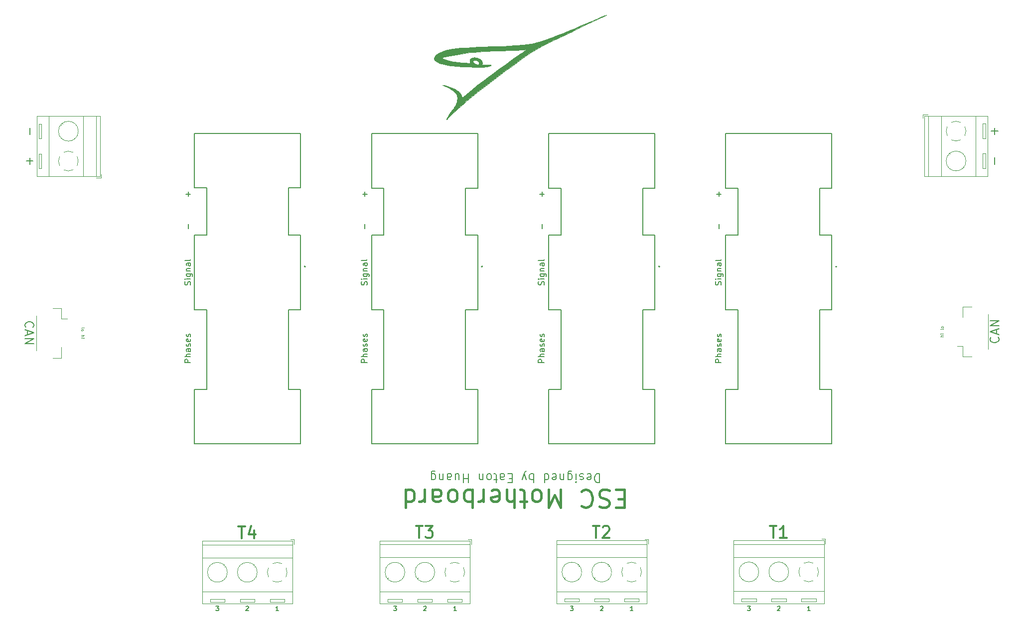
<source format=gbr>
%TF.GenerationSoftware,KiCad,Pcbnew,(6.0.1-0)*%
%TF.CreationDate,2023-01-20T10:28:08-08:00*%
%TF.ProjectId,ESC Mother,45534320-4d6f-4746-9865-722e6b696361,rev?*%
%TF.SameCoordinates,Original*%
%TF.FileFunction,Legend,Top*%
%TF.FilePolarity,Positive*%
%FSLAX46Y46*%
G04 Gerber Fmt 4.6, Leading zero omitted, Abs format (unit mm)*
G04 Created by KiCad (PCBNEW (6.0.1-0)) date 2023-01-20 10:28:08*
%MOMM*%
%LPD*%
G01*
G04 APERTURE LIST*
%ADD10C,0.040000*%
%ADD11C,0.150000*%
%ADD12C,0.200000*%
%ADD13C,0.100000*%
%ADD14C,0.450000*%
%ADD15C,0.300000*%
%ADD16C,0.120000*%
G04 APERTURE END LIST*
D10*
X98242259Y-46652089D02*
X98237146Y-46641453D01*
X98237146Y-46641453D02*
X98239328Y-46622020D01*
X98239328Y-46622020D02*
X98249676Y-46592394D01*
X98249676Y-46592394D02*
X98298357Y-46496975D01*
X98298357Y-46496975D02*
X98390158Y-46344027D01*
X98390158Y-46344027D02*
X98532052Y-46122378D01*
X98532052Y-46122378D02*
X98731008Y-45820857D01*
X98731008Y-45820857D02*
X99327993Y-44933522D01*
X99327993Y-44933522D02*
X99505345Y-44668408D01*
X99505345Y-44668408D02*
X99580451Y-44553183D01*
X99580451Y-44553183D02*
X99647372Y-44447756D01*
X99647372Y-44447756D02*
X99706756Y-44350808D01*
X99706756Y-44350808D02*
X99759247Y-44261022D01*
X99759247Y-44261022D02*
X99805493Y-44177078D01*
X99805493Y-44177078D02*
X99846139Y-44097659D01*
X99846139Y-44097659D02*
X99881832Y-44021447D01*
X99881832Y-44021447D02*
X99913219Y-43947123D01*
X99913219Y-43947123D02*
X99940945Y-43873369D01*
X99940945Y-43873369D02*
X99965657Y-43798868D01*
X99965657Y-43798868D02*
X99988001Y-43722301D01*
X99988001Y-43722301D02*
X100008624Y-43642349D01*
X100008624Y-43642349D02*
X100028171Y-43557695D01*
X100028171Y-43557695D02*
X100047290Y-43467021D01*
X100047290Y-43467021D02*
X100074653Y-43316996D01*
X100074653Y-43316996D02*
X100093659Y-43175889D01*
X100093659Y-43175889D02*
X100099916Y-43108415D01*
X100099916Y-43108415D02*
X100103948Y-43042853D01*
X100103948Y-43042853D02*
X100105711Y-42979096D01*
X100105711Y-42979096D02*
X100105160Y-42917039D01*
X100105160Y-42917039D02*
X100102249Y-42856576D01*
X100102249Y-42856576D02*
X100096933Y-42797599D01*
X100096933Y-42797599D02*
X100089168Y-42740005D01*
X100089168Y-42740005D02*
X100078908Y-42683686D01*
X100078908Y-42683686D02*
X100066109Y-42628536D01*
X100066109Y-42628536D02*
X100050724Y-42574450D01*
X100050724Y-42574450D02*
X100032709Y-42521321D01*
X100032709Y-42521321D02*
X100012020Y-42469043D01*
X100012020Y-42469043D02*
X99988610Y-42417511D01*
X99988610Y-42417511D02*
X99962436Y-42366618D01*
X99962436Y-42366618D02*
X99933451Y-42316259D01*
X99933451Y-42316259D02*
X99901611Y-42266327D01*
X99901611Y-42266327D02*
X99866871Y-42216716D01*
X99866871Y-42216716D02*
X99829185Y-42167320D01*
X99829185Y-42167320D02*
X99788509Y-42118033D01*
X99788509Y-42118033D02*
X99744797Y-42068750D01*
X99744797Y-42068750D02*
X99698005Y-42019364D01*
X99698005Y-42019364D02*
X99648087Y-41969768D01*
X99648087Y-41969768D02*
X99538695Y-41869527D01*
X99538695Y-41869527D02*
X99416259Y-41767179D01*
X99416259Y-41767179D02*
X99280420Y-41661874D01*
X99280420Y-41661874D02*
X99124878Y-41547436D01*
X99124878Y-41547436D02*
X98982580Y-41448417D01*
X98982580Y-41448417D02*
X98846579Y-41360971D01*
X98846579Y-41360971D02*
X98778768Y-41320385D01*
X98778768Y-41320385D02*
X98709926Y-41281250D01*
X98709926Y-41281250D02*
X98639185Y-41243085D01*
X98639185Y-41243085D02*
X98565676Y-41205408D01*
X98565676Y-41205408D02*
X98406880Y-41129599D01*
X98406880Y-41129599D02*
X98226592Y-41049975D01*
X98226592Y-41049975D02*
X98017865Y-40962689D01*
X98017865Y-40962689D02*
X97930516Y-40926446D01*
X97930516Y-40926446D02*
X97853955Y-40893798D01*
X97853955Y-40893798D02*
X97788173Y-40864733D01*
X97788173Y-40864733D02*
X97733162Y-40839238D01*
X97733162Y-40839238D02*
X97688913Y-40817302D01*
X97688913Y-40817302D02*
X97655418Y-40798911D01*
X97655418Y-40798911D02*
X97632668Y-40784053D01*
X97632668Y-40784053D02*
X97625320Y-40777945D01*
X97625320Y-40777945D02*
X97620654Y-40772716D01*
X97620654Y-40772716D02*
X97618671Y-40768364D01*
X97618671Y-40768364D02*
X97619369Y-40764887D01*
X97619369Y-40764887D02*
X97622746Y-40762285D01*
X97622746Y-40762285D02*
X97628802Y-40760555D01*
X97628802Y-40760555D02*
X97637536Y-40759695D01*
X97637536Y-40759695D02*
X97648946Y-40759706D01*
X97648946Y-40759706D02*
X97679793Y-40762328D01*
X97679793Y-40762328D02*
X97721332Y-40768409D01*
X97721332Y-40768409D02*
X97773557Y-40777937D01*
X97773557Y-40777937D02*
X97836459Y-40790898D01*
X97836459Y-40790898D02*
X97910028Y-40807282D01*
X97910028Y-40807282D02*
X98156682Y-40868261D01*
X98156682Y-40868261D02*
X98399318Y-40936975D01*
X98399318Y-40936975D02*
X98636785Y-41012792D01*
X98636785Y-41012792D02*
X98867931Y-41095078D01*
X98867931Y-41095078D02*
X99091605Y-41183201D01*
X99091605Y-41183201D02*
X99306656Y-41276528D01*
X99306656Y-41276528D02*
X99511931Y-41374426D01*
X99511931Y-41374426D02*
X99706280Y-41476261D01*
X99706280Y-41476261D02*
X99888551Y-41581402D01*
X99888551Y-41581402D02*
X100057593Y-41689214D01*
X100057593Y-41689214D02*
X100212254Y-41799065D01*
X100212254Y-41799065D02*
X100351384Y-41910323D01*
X100351384Y-41910323D02*
X100414764Y-41966281D01*
X100414764Y-41966281D02*
X100473830Y-42022353D01*
X100473830Y-42022353D02*
X100528437Y-42078461D01*
X100528437Y-42078461D02*
X100578441Y-42134524D01*
X100578441Y-42134524D02*
X100623699Y-42190465D01*
X100623699Y-42190465D02*
X100664067Y-42246203D01*
X100664067Y-42246203D02*
X100699400Y-42301659D01*
X100699400Y-42301659D02*
X100729554Y-42356755D01*
X100729554Y-42356755D02*
X100741497Y-42382099D01*
X100741497Y-42382099D02*
X100754305Y-42412028D01*
X100754305Y-42412028D02*
X100781514Y-42482376D01*
X100781514Y-42482376D02*
X100809167Y-42561269D01*
X100809167Y-42561269D02*
X100835248Y-42642179D01*
X100835248Y-42642179D02*
X100857742Y-42718577D01*
X100857742Y-42718577D02*
X100874634Y-42783935D01*
X100874634Y-42783935D02*
X100880349Y-42810432D01*
X100880349Y-42810432D02*
X100883909Y-42831722D01*
X100883909Y-42831722D02*
X100885061Y-42846986D01*
X100885061Y-42846986D02*
X100884655Y-42852104D01*
X100884655Y-42852104D02*
X100883552Y-42855410D01*
X100883552Y-42855410D02*
X100882983Y-42856533D01*
X100882983Y-42856533D02*
X100882527Y-42857887D01*
X100882527Y-42857887D02*
X100882182Y-42859453D01*
X100882182Y-42859453D02*
X100881946Y-42861212D01*
X100881946Y-42861212D02*
X100881818Y-42863146D01*
X100881818Y-42863146D02*
X100881795Y-42865237D01*
X100881795Y-42865237D02*
X100881876Y-42867467D01*
X100881876Y-42867467D02*
X100882059Y-42869817D01*
X100882059Y-42869817D02*
X100882342Y-42872269D01*
X100882342Y-42872269D02*
X100882723Y-42874804D01*
X100882723Y-42874804D02*
X100883200Y-42877404D01*
X100883200Y-42877404D02*
X100883772Y-42880051D01*
X100883772Y-42880051D02*
X100884436Y-42882726D01*
X100884436Y-42882726D02*
X100885191Y-42885411D01*
X100885191Y-42885411D02*
X100886035Y-42888087D01*
X100886035Y-42888087D02*
X100886966Y-42890737D01*
X100886966Y-42890737D02*
X100888687Y-42893628D01*
X100888687Y-42893628D02*
X100891370Y-42895611D01*
X100891370Y-42895611D02*
X100895006Y-42896692D01*
X100895006Y-42896692D02*
X100899589Y-42896874D01*
X100899589Y-42896874D02*
X100911564Y-42894566D01*
X100911564Y-42894566D02*
X100927236Y-42888726D01*
X100927236Y-42888726D02*
X100946547Y-42879394D01*
X100946547Y-42879394D02*
X100969438Y-42866610D01*
X100969438Y-42866610D02*
X100995849Y-42850414D01*
X100995849Y-42850414D02*
X101025722Y-42830845D01*
X101025722Y-42830845D02*
X101095619Y-42781748D01*
X101095619Y-42781748D02*
X101178659Y-42719640D01*
X101178659Y-42719640D02*
X101274370Y-42644836D01*
X101274370Y-42644836D02*
X101382283Y-42557657D01*
X101382283Y-42557657D02*
X102434372Y-41709150D01*
X102434372Y-41709150D02*
X103638362Y-40745979D01*
X103638362Y-40745979D02*
X104433231Y-40121773D01*
X104433231Y-40121773D02*
X105239295Y-39503647D01*
X105239295Y-39503647D02*
X106141417Y-38827299D01*
X106141417Y-38827299D02*
X107224461Y-38028426D01*
X107224461Y-38028426D02*
X108231606Y-37292330D01*
X108231606Y-37292330D02*
X109021787Y-36722621D01*
X109021787Y-36722621D02*
X109722257Y-36228472D01*
X109722257Y-36228472D02*
X110460263Y-35719058D01*
X110460263Y-35719058D02*
X110840558Y-35457945D01*
X110840558Y-35457945D02*
X111129047Y-35258365D01*
X111129047Y-35258365D02*
X111346609Y-35105764D01*
X111346609Y-35105764D02*
X111514125Y-34985586D01*
X111514125Y-34985586D02*
X111587983Y-34932545D01*
X111587983Y-34932545D02*
X111664095Y-34879197D01*
X111664095Y-34879197D02*
X111733501Y-34831750D01*
X111733501Y-34831750D02*
X111762888Y-34812179D01*
X111762888Y-34812179D02*
X111787239Y-34796410D01*
X111787239Y-34796410D02*
X111891139Y-34730432D01*
X111891139Y-34730432D02*
X111808018Y-34737631D01*
X111808018Y-34737631D02*
X111284839Y-34780655D01*
X111284839Y-34780655D02*
X110832593Y-34811253D01*
X110832593Y-34811253D02*
X110353004Y-34835171D01*
X110353004Y-34835171D02*
X109747792Y-34858157D01*
X109747792Y-34858157D02*
X108862790Y-34885209D01*
X108862790Y-34885209D02*
X107741002Y-34911592D01*
X107741002Y-34911592D02*
X106771410Y-34935152D01*
X106771410Y-34935152D02*
X106014051Y-34961976D01*
X106014051Y-34961976D02*
X105334966Y-34997913D01*
X105334966Y-34997913D02*
X104600198Y-35048817D01*
X104600198Y-35048817D02*
X103633878Y-35121955D01*
X103633878Y-35121955D02*
X103001341Y-35172655D01*
X103001341Y-35172655D02*
X102774855Y-35192589D01*
X102774855Y-35192589D02*
X102589350Y-35210511D01*
X102589350Y-35210511D02*
X102430673Y-35227621D01*
X102430673Y-35227621D02*
X102284669Y-35245117D01*
X102284669Y-35245117D02*
X101348770Y-35372240D01*
X101348770Y-35372240D02*
X100348838Y-35525634D01*
X100348838Y-35525634D02*
X99342631Y-35695978D01*
X99342631Y-35695978D02*
X98387902Y-35873947D01*
X98387902Y-35873947D02*
X98299512Y-35891671D01*
X98299512Y-35891671D02*
X98220902Y-35908354D01*
X98220902Y-35908354D02*
X98148713Y-35924869D01*
X98148713Y-35924869D02*
X98079583Y-35942086D01*
X98079583Y-35942086D02*
X98010151Y-35960880D01*
X98010151Y-35960880D02*
X97937054Y-35982122D01*
X97937054Y-35982122D02*
X97856931Y-36006685D01*
X97856931Y-36006685D02*
X97766421Y-36035440D01*
X97766421Y-36035440D02*
X97540881Y-36107708D01*
X97540881Y-36107708D02*
X97469690Y-36130308D01*
X97469690Y-36130308D02*
X97440466Y-36139341D01*
X97440466Y-36139341D02*
X97437806Y-36140633D01*
X97437806Y-36140633D02*
X97437027Y-36142743D01*
X97437027Y-36142743D02*
X97438057Y-36145634D01*
X97438057Y-36145634D02*
X97440825Y-36149268D01*
X97440825Y-36149268D02*
X97451283Y-36158611D01*
X97451283Y-36158611D02*
X97467826Y-36170469D01*
X97467826Y-36170469D02*
X97516860Y-36200511D01*
X97516860Y-36200511D02*
X97583313Y-36236963D01*
X97583313Y-36236963D02*
X97662576Y-36277391D01*
X97662576Y-36277391D02*
X97750037Y-36319362D01*
X97750037Y-36319362D02*
X97841084Y-36360445D01*
X97841084Y-36360445D02*
X97931106Y-36398206D01*
X97931106Y-36398206D02*
X98074260Y-36453815D01*
X98074260Y-36453815D02*
X98211357Y-36503061D01*
X98211357Y-36503061D02*
X98346525Y-36547070D01*
X98346525Y-36547070D02*
X98483892Y-36586973D01*
X98483892Y-36586973D02*
X98627588Y-36623898D01*
X98627588Y-36623898D02*
X98781740Y-36658974D01*
X98781740Y-36658974D02*
X98950477Y-36693330D01*
X98950477Y-36693330D02*
X99137927Y-36728094D01*
X99137927Y-36728094D02*
X99384879Y-36772661D01*
X99384879Y-36772661D02*
X99595095Y-36811438D01*
X99595095Y-36811438D02*
X99770675Y-36841679D01*
X99770675Y-36841679D02*
X99971895Y-36871375D01*
X99971895Y-36871375D02*
X100194567Y-36900082D01*
X100194567Y-36900082D02*
X100434503Y-36927354D01*
X100434503Y-36927354D02*
X100687516Y-36952743D01*
X100687516Y-36952743D02*
X100949419Y-36975804D01*
X100949419Y-36975804D02*
X101216023Y-36996090D01*
X101216023Y-36996090D02*
X101483142Y-37013156D01*
X101483142Y-37013156D02*
X101660809Y-37023963D01*
X101660809Y-37023963D02*
X101832939Y-37035430D01*
X101832939Y-37035430D02*
X101979881Y-37046188D01*
X101979881Y-37046188D02*
X102081988Y-37054865D01*
X102081988Y-37054865D02*
X102150021Y-37061729D01*
X102150021Y-37061729D02*
X102176940Y-37064341D01*
X102176940Y-37064341D02*
X102199542Y-37066220D01*
X102199542Y-37066220D02*
X102218139Y-37067231D01*
X102218139Y-37067231D02*
X102226033Y-37067366D01*
X102226033Y-37067366D02*
X102233043Y-37067233D01*
X102233043Y-37067233D02*
X102239207Y-37066813D01*
X102239207Y-37066813D02*
X102244565Y-37066089D01*
X102244565Y-37066089D02*
X102249155Y-37065044D01*
X102249155Y-37065044D02*
X102253017Y-37063660D01*
X102253017Y-37063660D02*
X102256188Y-37061921D01*
X102256188Y-37061921D02*
X102258709Y-37059809D01*
X102258709Y-37059809D02*
X102260619Y-37057306D01*
X102260619Y-37057306D02*
X102261955Y-37054396D01*
X102261955Y-37054396D02*
X102262758Y-37051061D01*
X102262758Y-37051061D02*
X102263065Y-37047284D01*
X102263065Y-37047284D02*
X102262917Y-37043047D01*
X102262917Y-37043047D02*
X102262351Y-37038334D01*
X102262351Y-37038334D02*
X102261408Y-37033127D01*
X102261408Y-37033127D02*
X102260125Y-37027408D01*
X102260125Y-37027408D02*
X102256698Y-37014368D01*
X102256698Y-37014368D02*
X102247487Y-36981392D01*
X102247487Y-36981392D02*
X102240964Y-36953515D01*
X102240964Y-36953515D02*
X102235443Y-36922656D01*
X102235443Y-36922656D02*
X102230915Y-36889326D01*
X102230915Y-36889326D02*
X102227370Y-36854033D01*
X102227370Y-36854033D02*
X102224796Y-36817288D01*
X102224796Y-36817288D02*
X102223186Y-36779601D01*
X102223186Y-36779601D02*
X102222527Y-36741480D01*
X102222527Y-36741480D02*
X102222811Y-36703436D01*
X102222811Y-36703436D02*
X102224027Y-36665978D01*
X102224027Y-36665978D02*
X102226165Y-36629616D01*
X102226165Y-36629616D02*
X102229216Y-36594859D01*
X102229216Y-36594859D02*
X102233168Y-36562217D01*
X102233168Y-36562217D02*
X102238014Y-36532201D01*
X102238014Y-36532201D02*
X102243741Y-36505318D01*
X102243741Y-36505318D02*
X102250341Y-36482080D01*
X102250341Y-36482080D02*
X102257803Y-36462996D01*
X102257803Y-36462996D02*
X102283364Y-36415109D01*
X102283364Y-36415109D02*
X102313490Y-36370507D01*
X102313490Y-36370507D02*
X102347940Y-36329183D01*
X102347940Y-36329183D02*
X102386472Y-36291129D01*
X102386472Y-36291129D02*
X102428844Y-36256337D01*
X102428844Y-36256337D02*
X102474813Y-36224799D01*
X102474813Y-36224799D02*
X102524138Y-36196509D01*
X102524138Y-36196509D02*
X102576577Y-36171457D01*
X102576577Y-36171457D02*
X102631888Y-36149638D01*
X102631888Y-36149638D02*
X102689828Y-36131043D01*
X102689828Y-36131043D02*
X102750155Y-36115664D01*
X102750155Y-36115664D02*
X102812629Y-36103494D01*
X102812629Y-36103494D02*
X102877006Y-36094525D01*
X102877006Y-36094525D02*
X102943044Y-36088750D01*
X102943044Y-36088750D02*
X103079139Y-36086751D01*
X103079139Y-36086751D02*
X103218975Y-36097434D01*
X103218975Y-36097434D02*
X103360618Y-36120740D01*
X103360618Y-36120740D02*
X103502131Y-36156606D01*
X103502131Y-36156606D02*
X103641578Y-36204973D01*
X103641578Y-36204973D02*
X103709922Y-36233825D01*
X103709922Y-36233825D02*
X103777023Y-36265779D01*
X103777023Y-36265779D02*
X103842640Y-36300827D01*
X103842640Y-36300827D02*
X103906530Y-36338963D01*
X103906530Y-36338963D02*
X103968452Y-36380177D01*
X103968452Y-36380177D02*
X104028163Y-36424464D01*
X104028163Y-36424464D02*
X104085421Y-36471814D01*
X104085421Y-36471814D02*
X104139985Y-36522221D01*
X104139985Y-36522221D02*
X104169748Y-36554119D01*
X104169748Y-36554119D02*
X104197488Y-36589461D01*
X104197488Y-36589461D02*
X104223106Y-36627844D01*
X104223106Y-36627844D02*
X104246499Y-36668867D01*
X104246499Y-36668867D02*
X104267567Y-36712130D01*
X104267567Y-36712130D02*
X104286207Y-36757230D01*
X104286207Y-36757230D02*
X104302320Y-36803767D01*
X104302320Y-36803767D02*
X104315802Y-36851339D01*
X104315802Y-36851339D02*
X104326554Y-36899545D01*
X104326554Y-36899545D02*
X104334474Y-36947984D01*
X104334474Y-36947984D02*
X104339460Y-36996254D01*
X104339460Y-36996254D02*
X104340809Y-37029227D01*
X104340809Y-37029227D02*
X103815381Y-37029227D01*
X103815381Y-37029227D02*
X103814586Y-36999815D01*
X103814586Y-36999815D02*
X103811219Y-36971133D01*
X103811219Y-36971133D02*
X103808534Y-36957211D01*
X103808534Y-36957211D02*
X103805161Y-36943646D01*
X103805161Y-36943646D02*
X103801085Y-36930496D01*
X103801085Y-36930496D02*
X103796292Y-36917818D01*
X103796292Y-36917818D02*
X103790767Y-36905672D01*
X103790767Y-36905672D02*
X103784494Y-36894114D01*
X103784494Y-36894114D02*
X103761467Y-36858708D01*
X103761467Y-36858708D02*
X103735466Y-36825039D01*
X103735466Y-36825039D02*
X103706732Y-36793135D01*
X103706732Y-36793135D02*
X103675509Y-36763026D01*
X103675509Y-36763026D02*
X103642039Y-36734743D01*
X103642039Y-36734743D02*
X103606567Y-36708316D01*
X103606567Y-36708316D02*
X103569335Y-36683774D01*
X103569335Y-36683774D02*
X103530586Y-36661147D01*
X103530586Y-36661147D02*
X103490562Y-36640465D01*
X103490562Y-36640465D02*
X103449508Y-36621758D01*
X103449508Y-36621758D02*
X103407666Y-36605057D01*
X103407666Y-36605057D02*
X103365280Y-36590389D01*
X103365280Y-36590389D02*
X103322592Y-36577787D01*
X103322592Y-36577787D02*
X103279845Y-36567279D01*
X103279845Y-36567279D02*
X103237282Y-36558896D01*
X103237282Y-36558896D02*
X103195147Y-36552667D01*
X103195147Y-36552667D02*
X103153683Y-36548622D01*
X103153683Y-36548622D02*
X103113132Y-36546792D01*
X103113132Y-36546792D02*
X103073738Y-36547206D01*
X103073738Y-36547206D02*
X103035744Y-36549893D01*
X103035744Y-36549893D02*
X102999392Y-36554885D01*
X102999392Y-36554885D02*
X102964926Y-36562210D01*
X102964926Y-36562210D02*
X102932589Y-36571899D01*
X102932589Y-36571899D02*
X102902625Y-36583981D01*
X102902625Y-36583981D02*
X102875275Y-36598487D01*
X102875275Y-36598487D02*
X102850783Y-36615447D01*
X102850783Y-36615447D02*
X102829392Y-36634889D01*
X102829392Y-36634889D02*
X102811346Y-36656845D01*
X102811346Y-36656845D02*
X102796886Y-36681344D01*
X102796886Y-36681344D02*
X102786257Y-36708415D01*
X102786257Y-36708415D02*
X102779702Y-36738090D01*
X102779702Y-36738090D02*
X102777462Y-36770397D01*
X102777462Y-36770397D02*
X102778415Y-36783971D01*
X102778415Y-36783971D02*
X102781222Y-36798308D01*
X102781222Y-36798308D02*
X102785810Y-36813344D01*
X102785810Y-36813344D02*
X102792103Y-36829015D01*
X102792103Y-36829015D02*
X102809511Y-36862010D01*
X102809511Y-36862010D02*
X102832848Y-36896782D01*
X102832848Y-36896782D02*
X102861519Y-36932823D01*
X102861519Y-36932823D02*
X102894928Y-36969621D01*
X102894928Y-36969621D02*
X102932479Y-37006669D01*
X102932479Y-37006669D02*
X102973577Y-37043455D01*
X102973577Y-37043455D02*
X103017624Y-37079471D01*
X103017624Y-37079471D02*
X103064025Y-37114207D01*
X103064025Y-37114207D02*
X103112184Y-37147153D01*
X103112184Y-37147153D02*
X103161506Y-37177799D01*
X103161506Y-37177799D02*
X103211394Y-37205637D01*
X103211394Y-37205637D02*
X103261252Y-37230155D01*
X103261252Y-37230155D02*
X103310484Y-37250845D01*
X103310484Y-37250845D02*
X103358494Y-37267197D01*
X103358494Y-37267197D02*
X103373631Y-37271168D01*
X103373631Y-37271168D02*
X103390389Y-37274620D01*
X103390389Y-37274620D02*
X103408576Y-37277552D01*
X103408576Y-37277552D02*
X103428003Y-37279964D01*
X103428003Y-37279964D02*
X103448479Y-37281855D01*
X103448479Y-37281855D02*
X103469815Y-37283225D01*
X103469815Y-37283225D02*
X103491819Y-37284072D01*
X103491819Y-37284072D02*
X103514301Y-37284396D01*
X103514301Y-37284396D02*
X103537071Y-37284197D01*
X103537071Y-37284197D02*
X103559939Y-37283473D01*
X103559939Y-37283473D02*
X103582713Y-37282225D01*
X103582713Y-37282225D02*
X103605205Y-37280451D01*
X103605205Y-37280451D02*
X103627223Y-37278150D01*
X103627223Y-37278150D02*
X103648577Y-37275323D01*
X103648577Y-37275323D02*
X103669077Y-37271969D01*
X103669077Y-37271969D02*
X103688533Y-37268086D01*
X103688533Y-37268086D02*
X103698490Y-37265271D01*
X103698490Y-37265271D02*
X103708148Y-37261303D01*
X103708148Y-37261303D02*
X103717491Y-37256239D01*
X103717491Y-37256239D02*
X103726505Y-37250139D01*
X103726505Y-37250139D02*
X103735174Y-37243060D01*
X103735174Y-37243060D02*
X103743484Y-37235060D01*
X103743484Y-37235060D02*
X103751419Y-37226198D01*
X103751419Y-37226198D02*
X103758965Y-37216531D01*
X103758965Y-37216531D02*
X103766107Y-37206117D01*
X103766107Y-37206117D02*
X103772830Y-37195015D01*
X103772830Y-37195015D02*
X103784959Y-37170978D01*
X103784959Y-37170978D02*
X103795232Y-37144884D01*
X103795232Y-37144884D02*
X103803530Y-37117197D01*
X103803530Y-37117197D02*
X103809734Y-37088382D01*
X103809734Y-37088382D02*
X103813724Y-37058904D01*
X103813724Y-37058904D02*
X103815381Y-37029227D01*
X103815381Y-37029227D02*
X104340809Y-37029227D01*
X104340809Y-37029227D02*
X104341411Y-37043955D01*
X104341411Y-37043955D02*
X104340226Y-37090684D01*
X104340226Y-37090684D02*
X104335804Y-37136041D01*
X104335804Y-37136041D02*
X104328042Y-37179625D01*
X104328042Y-37179625D02*
X104316841Y-37221034D01*
X104316841Y-37221034D02*
X104312989Y-37233142D01*
X104312989Y-37233142D02*
X104309390Y-37244790D01*
X104309390Y-37244790D02*
X104306124Y-37255696D01*
X104306124Y-37255696D02*
X104303269Y-37265582D01*
X104303269Y-37265582D02*
X104300905Y-37274166D01*
X104300905Y-37274166D02*
X104299110Y-37281170D01*
X104299110Y-37281170D02*
X104297964Y-37286312D01*
X104297964Y-37286312D02*
X104297659Y-37288098D01*
X104297659Y-37288098D02*
X104297546Y-37289313D01*
X104297546Y-37289313D02*
X104298995Y-37290220D01*
X104298995Y-37290220D02*
X104303274Y-37291102D01*
X104303274Y-37291102D02*
X104319744Y-37292772D01*
X104319744Y-37292772D02*
X104345801Y-37294287D01*
X104345801Y-37294287D02*
X104380287Y-37295612D01*
X104380287Y-37295612D02*
X104469927Y-37297547D01*
X104469927Y-37297547D02*
X104579417Y-37298292D01*
X104579417Y-37298292D02*
X104817443Y-37300172D01*
X104817443Y-37300172D02*
X105043458Y-37305499D01*
X105043458Y-37305499D02*
X105252008Y-37313886D01*
X105252008Y-37313886D02*
X105437637Y-37324945D01*
X105437637Y-37324945D02*
X105594889Y-37338290D01*
X105594889Y-37338290D02*
X105661168Y-37345699D01*
X105661168Y-37345699D02*
X105718307Y-37353534D01*
X105718307Y-37353534D02*
X105765625Y-37361747D01*
X105765625Y-37361747D02*
X105802438Y-37370289D01*
X105802438Y-37370289D02*
X105828065Y-37379112D01*
X105828065Y-37379112D02*
X105836471Y-37383614D01*
X105836471Y-37383614D02*
X105841824Y-37388168D01*
X105841824Y-37388168D02*
X105846271Y-37396083D01*
X105846271Y-37396083D02*
X105847013Y-37404505D01*
X105847013Y-37404505D02*
X105844185Y-37413395D01*
X105844185Y-37413395D02*
X105837923Y-37422713D01*
X105837923Y-37422713D02*
X105815640Y-37442468D01*
X105815640Y-37442468D02*
X105781250Y-37463446D01*
X105781250Y-37463446D02*
X105735842Y-37485323D01*
X105735842Y-37485323D02*
X105680501Y-37507776D01*
X105680501Y-37507776D02*
X105616315Y-37530481D01*
X105616315Y-37530481D02*
X105544369Y-37553112D01*
X105544369Y-37553112D02*
X105381546Y-37596862D01*
X105381546Y-37596862D02*
X105200727Y-37636433D01*
X105200727Y-37636433D02*
X105106286Y-37653842D01*
X105106286Y-37653842D02*
X105010606Y-37669235D01*
X105010606Y-37669235D02*
X104914774Y-37682287D01*
X104914774Y-37682287D02*
X104819876Y-37692675D01*
X104819876Y-37692675D02*
X104585511Y-37703803D01*
X104585511Y-37703803D02*
X104207010Y-37708782D01*
X104207010Y-37708782D02*
X103152685Y-37702193D01*
X103152685Y-37702193D02*
X101927076Y-37676707D01*
X101927076Y-37676707D02*
X100800357Y-37636122D01*
X100800357Y-37636122D02*
X100297085Y-37607121D01*
X100297085Y-37607121D02*
X99816394Y-37569152D01*
X99816394Y-37569152D02*
X99359571Y-37522586D01*
X99359571Y-37522586D02*
X98927903Y-37467794D01*
X98927903Y-37467794D02*
X98522677Y-37405148D01*
X98522677Y-37405148D02*
X98145180Y-37335019D01*
X98145180Y-37335019D02*
X97796699Y-37257778D01*
X97796699Y-37257778D02*
X97478521Y-37173796D01*
X97478521Y-37173796D02*
X97331197Y-37129393D01*
X97331197Y-37129393D02*
X97191932Y-37083444D01*
X97191932Y-37083444D02*
X97060886Y-37035995D01*
X97060886Y-37035995D02*
X96938220Y-36987093D01*
X96938220Y-36987093D02*
X96824095Y-36936785D01*
X96824095Y-36936785D02*
X96718672Y-36885115D01*
X96718672Y-36885115D02*
X96622111Y-36832132D01*
X96622111Y-36832132D02*
X96534574Y-36777881D01*
X96534574Y-36777881D02*
X96456221Y-36722409D01*
X96456221Y-36722409D02*
X96387214Y-36665762D01*
X96387214Y-36665762D02*
X96327713Y-36607986D01*
X96327713Y-36607986D02*
X96277879Y-36549128D01*
X96277879Y-36549128D02*
X96237872Y-36489234D01*
X96237872Y-36489234D02*
X96207855Y-36428352D01*
X96207855Y-36428352D02*
X96187987Y-36366526D01*
X96187987Y-36366526D02*
X96178430Y-36303803D01*
X96178430Y-36303803D02*
X96176916Y-36268398D01*
X96176916Y-36268398D02*
X96177276Y-36233234D01*
X96177276Y-36233234D02*
X96179510Y-36198309D01*
X96179510Y-36198309D02*
X96183620Y-36163620D01*
X96183620Y-36163620D02*
X96189609Y-36129166D01*
X96189609Y-36129166D02*
X96197478Y-36094944D01*
X96197478Y-36094944D02*
X96207229Y-36060952D01*
X96207229Y-36060952D02*
X96218864Y-36027188D01*
X96218864Y-36027188D02*
X96247794Y-35960334D01*
X96247794Y-35960334D02*
X96284283Y-35894366D01*
X96284283Y-35894366D02*
X96328347Y-35829266D01*
X96328347Y-35829266D02*
X96380000Y-35765017D01*
X96380000Y-35765017D02*
X96439258Y-35701600D01*
X96439258Y-35701600D02*
X96506136Y-35639000D01*
X96506136Y-35639000D02*
X96580650Y-35577198D01*
X96580650Y-35577198D02*
X96662813Y-35516176D01*
X96662813Y-35516176D02*
X96752642Y-35455919D01*
X96752642Y-35455919D02*
X96850153Y-35396408D01*
X96850153Y-35396408D02*
X96955359Y-35337625D01*
X96955359Y-35337625D02*
X97068277Y-35279554D01*
X97068277Y-35279554D02*
X97267299Y-35184899D01*
X97267299Y-35184899D02*
X97467625Y-35097430D01*
X97467625Y-35097430D02*
X97671321Y-35016743D01*
X97671321Y-35016743D02*
X97880452Y-34942435D01*
X97880452Y-34942435D02*
X98097086Y-34874103D01*
X98097086Y-34874103D02*
X98323289Y-34811342D01*
X98323289Y-34811342D02*
X98561128Y-34753750D01*
X98561128Y-34753750D02*
X98812669Y-34700922D01*
X98812669Y-34700922D02*
X99365123Y-34607949D01*
X99365123Y-34607949D02*
X99997186Y-34529196D01*
X99997186Y-34529196D02*
X100725388Y-34461433D01*
X100725388Y-34461433D02*
X101566262Y-34401434D01*
X101566262Y-34401434D02*
X102749040Y-34331131D01*
X102749040Y-34331131D02*
X103806154Y-34278682D01*
X103806154Y-34278682D02*
X104797184Y-34241483D01*
X104797184Y-34241483D02*
X105781709Y-34216934D01*
X105781709Y-34216934D02*
X107246868Y-34187230D01*
X107246868Y-34187230D02*
X107762003Y-34173899D01*
X107762003Y-34173899D02*
X108188160Y-34159362D01*
X108188160Y-34159362D02*
X108567328Y-34141951D01*
X108567328Y-34141951D02*
X108941496Y-34120000D01*
X108941496Y-34120000D02*
X109842788Y-34055813D01*
X109842788Y-34055813D02*
X110461462Y-34008272D01*
X110461462Y-34008272D02*
X110984302Y-33964454D01*
X110984302Y-33964454D02*
X111429054Y-33922196D01*
X111429054Y-33922196D02*
X111813463Y-33879336D01*
X111813463Y-33879336D02*
X112155274Y-33833711D01*
X112155274Y-33833711D02*
X112472230Y-33783156D01*
X112472230Y-33783156D02*
X112782078Y-33725510D01*
X112782078Y-33725510D02*
X113102561Y-33658610D01*
X113102561Y-33658610D02*
X113573602Y-33548852D01*
X113573602Y-33548852D02*
X114050594Y-33421617D01*
X114050594Y-33421617D02*
X114554974Y-33269452D01*
X114554974Y-33269452D02*
X115108182Y-33084905D01*
X115108182Y-33084905D02*
X115731656Y-32860526D01*
X115731656Y-32860526D02*
X116446835Y-32588862D01*
X116446835Y-32588862D02*
X117275156Y-32262462D01*
X117275156Y-32262462D02*
X118238059Y-31873873D01*
X118238059Y-31873873D02*
X119372074Y-31414181D01*
X119372074Y-31414181D02*
X120139524Y-31100510D01*
X120139524Y-31100510D02*
X120979251Y-30748439D01*
X120979251Y-30748439D02*
X123237224Y-29775723D01*
X123237224Y-29775723D02*
X124026099Y-29433459D01*
X124026099Y-29433459D02*
X124513732Y-29223336D01*
X124513732Y-29223336D02*
X124979547Y-29025724D01*
X124979547Y-29025724D02*
X125141550Y-28957416D01*
X125141550Y-28957416D02*
X125263180Y-28906575D01*
X125263180Y-28906575D02*
X125349612Y-28871050D01*
X125349612Y-28871050D02*
X125406017Y-28848694D01*
X125406017Y-28848694D02*
X125424577Y-28841783D01*
X125424577Y-28841783D02*
X125437570Y-28837358D01*
X125437570Y-28837358D02*
X125445643Y-28835150D01*
X125445643Y-28835150D02*
X125448037Y-28834794D01*
X125448037Y-28834794D02*
X125449443Y-28834892D01*
X125449443Y-28834892D02*
X125299268Y-28915600D01*
X125299268Y-28915600D02*
X124809055Y-29156496D01*
X124809055Y-29156496D02*
X122720683Y-30161570D01*
X122720683Y-30161570D02*
X120785576Y-31090871D01*
X120785576Y-31090871D02*
X119532380Y-31699392D01*
X119532380Y-31699392D02*
X118629057Y-32141010D01*
X118629057Y-32141010D02*
X118042288Y-32423533D01*
X118042288Y-32423533D02*
X117528172Y-32662500D01*
X117528172Y-32662500D02*
X116842806Y-32973452D01*
X116842806Y-32973452D02*
X116355398Y-33195547D01*
X116355398Y-33195547D02*
X115924255Y-33395783D01*
X115924255Y-33395783D02*
X115539030Y-33579344D01*
X115539030Y-33579344D02*
X115189374Y-33751417D01*
X115189374Y-33751417D02*
X114864941Y-33917186D01*
X114864941Y-33917186D02*
X114555381Y-34081836D01*
X114555381Y-34081836D02*
X114250347Y-34250553D01*
X114250347Y-34250553D02*
X113939491Y-34428523D01*
X113939491Y-34428523D02*
X113258871Y-34838322D01*
X113258871Y-34838322D02*
X112513492Y-35317110D01*
X112513492Y-35317110D02*
X111672554Y-35886993D01*
X111672554Y-35886993D02*
X110705257Y-36570080D01*
X110705257Y-36570080D02*
X109580803Y-37388476D01*
X109580803Y-37388476D02*
X108268393Y-38364290D01*
X108268393Y-38364290D02*
X104956506Y-40876599D01*
X104956506Y-40876599D02*
X103643542Y-41887940D01*
X103643542Y-41887940D02*
X103121815Y-42298070D01*
X103121815Y-42298070D02*
X102650710Y-42676383D01*
X102650710Y-42676383D02*
X102200816Y-43046785D01*
X102200816Y-43046785D02*
X101742721Y-43433183D01*
X101742721Y-43433183D02*
X100684285Y-44349593D01*
X100684285Y-44349593D02*
X100231904Y-44748527D01*
X100231904Y-44748527D02*
X100046125Y-44916395D01*
X100046125Y-44916395D02*
X99869082Y-45080264D01*
X99869082Y-45080264D02*
X99687120Y-45252935D01*
X99687120Y-45252935D02*
X99486585Y-45447207D01*
X99486585Y-45447207D02*
X98975174Y-45951760D01*
X98975174Y-45951760D02*
X98698876Y-46224941D01*
X98698876Y-46224941D02*
X98470768Y-46448652D01*
X98470768Y-46448652D02*
X98314518Y-46599808D01*
X98314518Y-46599808D02*
X98270736Y-46640964D01*
X98270736Y-46640964D02*
X98258726Y-46651674D01*
X98258726Y-46651674D02*
X98253796Y-46655324D01*
X98253796Y-46655324D02*
X98242259Y-46652089D01*
G36*
X104340226Y-37090684D02*
G01*
X104335804Y-37136041D01*
X104328042Y-37179625D01*
X104316841Y-37221034D01*
X104312989Y-37233142D01*
X104309390Y-37244790D01*
X104306124Y-37255696D01*
X104303269Y-37265582D01*
X104300905Y-37274166D01*
X104299110Y-37281170D01*
X104297964Y-37286312D01*
X104297659Y-37288098D01*
X104297546Y-37289313D01*
X104298995Y-37290220D01*
X104303274Y-37291102D01*
X104319744Y-37292772D01*
X104345801Y-37294287D01*
X104380287Y-37295612D01*
X104469927Y-37297547D01*
X104579417Y-37298292D01*
X104817443Y-37300172D01*
X105043458Y-37305499D01*
X105252008Y-37313886D01*
X105437637Y-37324945D01*
X105594889Y-37338290D01*
X105661168Y-37345699D01*
X105718307Y-37353534D01*
X105765625Y-37361747D01*
X105802438Y-37370289D01*
X105828065Y-37379112D01*
X105836471Y-37383614D01*
X105841824Y-37388168D01*
X105846271Y-37396083D01*
X105847013Y-37404505D01*
X105844185Y-37413395D01*
X105837923Y-37422713D01*
X105815640Y-37442468D01*
X105781250Y-37463446D01*
X105735842Y-37485323D01*
X105680501Y-37507776D01*
X105616315Y-37530481D01*
X105544369Y-37553112D01*
X105381546Y-37596862D01*
X105200727Y-37636433D01*
X105106286Y-37653842D01*
X105010606Y-37669235D01*
X104914774Y-37682287D01*
X104819876Y-37692675D01*
X104585511Y-37703803D01*
X104207010Y-37708782D01*
X103152685Y-37702193D01*
X101927076Y-37676707D01*
X100800357Y-37636122D01*
X100297085Y-37607121D01*
X99816394Y-37569152D01*
X99359571Y-37522586D01*
X98927903Y-37467794D01*
X98522677Y-37405148D01*
X98145180Y-37335019D01*
X97796699Y-37257778D01*
X97478521Y-37173796D01*
X97331197Y-37129393D01*
X97191932Y-37083444D01*
X97060886Y-37035995D01*
X96938220Y-36987093D01*
X96824095Y-36936785D01*
X96718672Y-36885115D01*
X96622111Y-36832132D01*
X96534574Y-36777881D01*
X96456221Y-36722409D01*
X96387214Y-36665762D01*
X96327713Y-36607986D01*
X96277879Y-36549128D01*
X96237872Y-36489234D01*
X96207855Y-36428352D01*
X96187987Y-36366526D01*
X96178430Y-36303803D01*
X96176916Y-36268398D01*
X96177276Y-36233234D01*
X96179510Y-36198309D01*
X96183620Y-36163620D01*
X96189609Y-36129166D01*
X96197478Y-36094944D01*
X96207229Y-36060952D01*
X96218864Y-36027188D01*
X96247794Y-35960334D01*
X96284283Y-35894366D01*
X96328347Y-35829266D01*
X96380000Y-35765017D01*
X96439258Y-35701600D01*
X96506136Y-35639000D01*
X96580650Y-35577198D01*
X96662813Y-35516176D01*
X96752642Y-35455919D01*
X96850153Y-35396408D01*
X96955359Y-35337625D01*
X97068277Y-35279554D01*
X97267299Y-35184899D01*
X97467625Y-35097430D01*
X97671321Y-35016743D01*
X97880452Y-34942435D01*
X98097086Y-34874103D01*
X98323289Y-34811342D01*
X98561128Y-34753750D01*
X98812669Y-34700922D01*
X99365123Y-34607949D01*
X99997186Y-34529196D01*
X100725388Y-34461433D01*
X101566262Y-34401434D01*
X102749040Y-34331131D01*
X103806154Y-34278682D01*
X104797184Y-34241483D01*
X105781709Y-34216934D01*
X107246868Y-34187230D01*
X107762003Y-34173899D01*
X108188160Y-34159362D01*
X108567328Y-34141951D01*
X108941496Y-34120000D01*
X109842788Y-34055813D01*
X110461462Y-34008272D01*
X110984302Y-33964454D01*
X111429054Y-33922196D01*
X111813463Y-33879336D01*
X112155274Y-33833711D01*
X112472230Y-33783156D01*
X112782078Y-33725510D01*
X113102561Y-33658610D01*
X113573602Y-33548852D01*
X114050594Y-33421617D01*
X114554974Y-33269452D01*
X115108182Y-33084905D01*
X115731656Y-32860526D01*
X116446835Y-32588862D01*
X117275156Y-32262462D01*
X118238059Y-31873873D01*
X119372074Y-31414181D01*
X120139524Y-31100510D01*
X120979251Y-30748439D01*
X123237224Y-29775723D01*
X124026099Y-29433459D01*
X124513732Y-29223336D01*
X124979547Y-29025724D01*
X125141550Y-28957416D01*
X125263180Y-28906575D01*
X125349612Y-28871050D01*
X125406017Y-28848694D01*
X125424577Y-28841783D01*
X125437570Y-28837358D01*
X125445643Y-28835150D01*
X125448037Y-28834794D01*
X125449443Y-28834892D01*
X125299268Y-28915600D01*
X124809055Y-29156496D01*
X122720683Y-30161570D01*
X120785576Y-31090871D01*
X119532380Y-31699392D01*
X118629057Y-32141010D01*
X118042288Y-32423533D01*
X117528172Y-32662500D01*
X116842806Y-32973452D01*
X116355398Y-33195547D01*
X115924255Y-33395783D01*
X115539030Y-33579344D01*
X115189374Y-33751417D01*
X114864941Y-33917186D01*
X114555381Y-34081836D01*
X114250347Y-34250553D01*
X113939491Y-34428523D01*
X113258871Y-34838322D01*
X112513492Y-35317110D01*
X111672554Y-35886993D01*
X110705257Y-36570080D01*
X109580803Y-37388476D01*
X108268393Y-38364290D01*
X104956506Y-40876599D01*
X103643542Y-41887940D01*
X103121815Y-42298070D01*
X102650710Y-42676383D01*
X102200816Y-43046785D01*
X101742721Y-43433183D01*
X100684285Y-44349593D01*
X100231904Y-44748527D01*
X100046125Y-44916395D01*
X99869082Y-45080264D01*
X99687120Y-45252935D01*
X99486585Y-45447207D01*
X98975174Y-45951760D01*
X98698876Y-46224941D01*
X98470768Y-46448652D01*
X98314518Y-46599808D01*
X98270736Y-46640964D01*
X98258726Y-46651674D01*
X98253796Y-46655324D01*
X98242259Y-46652089D01*
X98237146Y-46641453D01*
X98239328Y-46622020D01*
X98249676Y-46592394D01*
X98298357Y-46496975D01*
X98390158Y-46344027D01*
X98532052Y-46122378D01*
X98731008Y-45820857D01*
X99327993Y-44933522D01*
X99505345Y-44668408D01*
X99580451Y-44553183D01*
X99647372Y-44447756D01*
X99706756Y-44350808D01*
X99759247Y-44261022D01*
X99805493Y-44177078D01*
X99846139Y-44097659D01*
X99881832Y-44021447D01*
X99913219Y-43947123D01*
X99940945Y-43873369D01*
X99965657Y-43798868D01*
X99988001Y-43722301D01*
X100008624Y-43642349D01*
X100028171Y-43557695D01*
X100047290Y-43467021D01*
X100074653Y-43316996D01*
X100093659Y-43175889D01*
X100099916Y-43108415D01*
X100103948Y-43042853D01*
X100105711Y-42979096D01*
X100105160Y-42917039D01*
X100102249Y-42856576D01*
X100096933Y-42797599D01*
X100089168Y-42740005D01*
X100078908Y-42683686D01*
X100066109Y-42628536D01*
X100050724Y-42574450D01*
X100032709Y-42521321D01*
X100012020Y-42469043D01*
X99988610Y-42417511D01*
X99962436Y-42366618D01*
X99933451Y-42316259D01*
X99901611Y-42266327D01*
X99866871Y-42216716D01*
X99829185Y-42167320D01*
X99788509Y-42118033D01*
X99744797Y-42068750D01*
X99698005Y-42019364D01*
X99648087Y-41969768D01*
X99538695Y-41869527D01*
X99416259Y-41767179D01*
X99280420Y-41661874D01*
X99124878Y-41547436D01*
X98982580Y-41448417D01*
X98846579Y-41360971D01*
X98778768Y-41320385D01*
X98709926Y-41281250D01*
X98639185Y-41243085D01*
X98565676Y-41205408D01*
X98406880Y-41129599D01*
X98226592Y-41049975D01*
X98017865Y-40962689D01*
X97930516Y-40926446D01*
X97853955Y-40893798D01*
X97788173Y-40864733D01*
X97733162Y-40839238D01*
X97688913Y-40817302D01*
X97655418Y-40798911D01*
X97632668Y-40784053D01*
X97625320Y-40777945D01*
X97620654Y-40772716D01*
X97618671Y-40768364D01*
X97619369Y-40764887D01*
X97622746Y-40762285D01*
X97628802Y-40760555D01*
X97637536Y-40759695D01*
X97648946Y-40759706D01*
X97679793Y-40762328D01*
X97721332Y-40768409D01*
X97773557Y-40777937D01*
X97836459Y-40790898D01*
X97910028Y-40807282D01*
X98156682Y-40868261D01*
X98399318Y-40936975D01*
X98636785Y-41012792D01*
X98867931Y-41095078D01*
X99091605Y-41183201D01*
X99306656Y-41276528D01*
X99511931Y-41374426D01*
X99706280Y-41476261D01*
X99888551Y-41581402D01*
X100057593Y-41689214D01*
X100212254Y-41799065D01*
X100351384Y-41910323D01*
X100414764Y-41966281D01*
X100473830Y-42022353D01*
X100528437Y-42078461D01*
X100578441Y-42134524D01*
X100623699Y-42190465D01*
X100664067Y-42246203D01*
X100699400Y-42301659D01*
X100729554Y-42356755D01*
X100741497Y-42382099D01*
X100754305Y-42412028D01*
X100781514Y-42482376D01*
X100809167Y-42561269D01*
X100835248Y-42642179D01*
X100857742Y-42718577D01*
X100874634Y-42783935D01*
X100880349Y-42810432D01*
X100883909Y-42831722D01*
X100885061Y-42846986D01*
X100884655Y-42852104D01*
X100883552Y-42855410D01*
X100882983Y-42856533D01*
X100882527Y-42857887D01*
X100882182Y-42859453D01*
X100881946Y-42861212D01*
X100881818Y-42863146D01*
X100881795Y-42865237D01*
X100881876Y-42867467D01*
X100882059Y-42869817D01*
X100882342Y-42872269D01*
X100882723Y-42874804D01*
X100883200Y-42877404D01*
X100883772Y-42880051D01*
X100884436Y-42882726D01*
X100885191Y-42885411D01*
X100886035Y-42888087D01*
X100886966Y-42890737D01*
X100888687Y-42893628D01*
X100891370Y-42895611D01*
X100895006Y-42896692D01*
X100899589Y-42896874D01*
X100911564Y-42894566D01*
X100927236Y-42888726D01*
X100946547Y-42879394D01*
X100969438Y-42866610D01*
X100995849Y-42850414D01*
X101025722Y-42830845D01*
X101095619Y-42781748D01*
X101178659Y-42719640D01*
X101274370Y-42644836D01*
X101382283Y-42557657D01*
X102434372Y-41709150D01*
X103638362Y-40745979D01*
X104433231Y-40121773D01*
X105239295Y-39503647D01*
X106141417Y-38827299D01*
X107224461Y-38028426D01*
X108231606Y-37292330D01*
X109021787Y-36722621D01*
X109722257Y-36228472D01*
X110460263Y-35719058D01*
X110840558Y-35457945D01*
X111129047Y-35258365D01*
X111346609Y-35105764D01*
X111514125Y-34985586D01*
X111587983Y-34932545D01*
X111664095Y-34879197D01*
X111733501Y-34831750D01*
X111762888Y-34812179D01*
X111787239Y-34796410D01*
X111891139Y-34730432D01*
X111808018Y-34737631D01*
X111284839Y-34780655D01*
X110832593Y-34811253D01*
X110353004Y-34835171D01*
X109747792Y-34858157D01*
X108862790Y-34885209D01*
X107741002Y-34911592D01*
X106771410Y-34935152D01*
X106014051Y-34961976D01*
X105334966Y-34997913D01*
X104600198Y-35048817D01*
X103633878Y-35121955D01*
X103001341Y-35172655D01*
X102774855Y-35192589D01*
X102589350Y-35210511D01*
X102430673Y-35227621D01*
X102284669Y-35245117D01*
X101348770Y-35372240D01*
X100348838Y-35525634D01*
X99342631Y-35695978D01*
X98387902Y-35873947D01*
X98299512Y-35891671D01*
X98220902Y-35908354D01*
X98148713Y-35924869D01*
X98079583Y-35942086D01*
X98010151Y-35960880D01*
X97937054Y-35982122D01*
X97856931Y-36006685D01*
X97766421Y-36035440D01*
X97540881Y-36107708D01*
X97469690Y-36130308D01*
X97440466Y-36139341D01*
X97437806Y-36140633D01*
X97437027Y-36142743D01*
X97438057Y-36145634D01*
X97440825Y-36149268D01*
X97451283Y-36158611D01*
X97467826Y-36170469D01*
X97516860Y-36200511D01*
X97583313Y-36236963D01*
X97662576Y-36277391D01*
X97750037Y-36319362D01*
X97841084Y-36360445D01*
X97931106Y-36398206D01*
X98074260Y-36453815D01*
X98211357Y-36503061D01*
X98346525Y-36547070D01*
X98483892Y-36586973D01*
X98627588Y-36623898D01*
X98781740Y-36658974D01*
X98950477Y-36693330D01*
X99137927Y-36728094D01*
X99384879Y-36772661D01*
X99595095Y-36811438D01*
X99770675Y-36841679D01*
X99971895Y-36871375D01*
X100194567Y-36900082D01*
X100434503Y-36927354D01*
X100687516Y-36952743D01*
X100949419Y-36975804D01*
X101216023Y-36996090D01*
X101483142Y-37013156D01*
X101660809Y-37023963D01*
X101832939Y-37035430D01*
X101979881Y-37046188D01*
X102081988Y-37054865D01*
X102150021Y-37061729D01*
X102176940Y-37064341D01*
X102199542Y-37066220D01*
X102218139Y-37067231D01*
X102226033Y-37067366D01*
X102233043Y-37067233D01*
X102239207Y-37066813D01*
X102244565Y-37066089D01*
X102249155Y-37065044D01*
X102253017Y-37063660D01*
X102256188Y-37061921D01*
X102258709Y-37059809D01*
X102260619Y-37057306D01*
X102261955Y-37054396D01*
X102262758Y-37051061D01*
X102263065Y-37047284D01*
X102262917Y-37043047D01*
X102262351Y-37038334D01*
X102261408Y-37033127D01*
X102260125Y-37027408D01*
X102256698Y-37014368D01*
X102247487Y-36981392D01*
X102240964Y-36953515D01*
X102235443Y-36922656D01*
X102230915Y-36889326D01*
X102227370Y-36854033D01*
X102224796Y-36817288D01*
X102223186Y-36779601D01*
X102223027Y-36770397D01*
X102777462Y-36770397D01*
X102778415Y-36783971D01*
X102781222Y-36798308D01*
X102785810Y-36813344D01*
X102792103Y-36829015D01*
X102809511Y-36862010D01*
X102832848Y-36896782D01*
X102861519Y-36932823D01*
X102894928Y-36969621D01*
X102932479Y-37006669D01*
X102973577Y-37043455D01*
X103017624Y-37079471D01*
X103064025Y-37114207D01*
X103112184Y-37147153D01*
X103161506Y-37177799D01*
X103211394Y-37205637D01*
X103261252Y-37230155D01*
X103310484Y-37250845D01*
X103358494Y-37267197D01*
X103373631Y-37271168D01*
X103390389Y-37274620D01*
X103408576Y-37277552D01*
X103428003Y-37279964D01*
X103448479Y-37281855D01*
X103469815Y-37283225D01*
X103491819Y-37284072D01*
X103514301Y-37284396D01*
X103537071Y-37284197D01*
X103559939Y-37283473D01*
X103582713Y-37282225D01*
X103605205Y-37280451D01*
X103627223Y-37278150D01*
X103648577Y-37275323D01*
X103669077Y-37271969D01*
X103688533Y-37268086D01*
X103698490Y-37265271D01*
X103708148Y-37261303D01*
X103717491Y-37256239D01*
X103726505Y-37250139D01*
X103735174Y-37243060D01*
X103743484Y-37235060D01*
X103751419Y-37226198D01*
X103758965Y-37216531D01*
X103766107Y-37206117D01*
X103772830Y-37195015D01*
X103784959Y-37170978D01*
X103795232Y-37144884D01*
X103803530Y-37117197D01*
X103809734Y-37088382D01*
X103813724Y-37058904D01*
X103815381Y-37029227D01*
X103814586Y-36999815D01*
X103811219Y-36971133D01*
X103808534Y-36957211D01*
X103805161Y-36943646D01*
X103801085Y-36930496D01*
X103796292Y-36917818D01*
X103790767Y-36905672D01*
X103784494Y-36894114D01*
X103761467Y-36858708D01*
X103735466Y-36825039D01*
X103706732Y-36793135D01*
X103675509Y-36763026D01*
X103642039Y-36734743D01*
X103606567Y-36708316D01*
X103569335Y-36683774D01*
X103530586Y-36661147D01*
X103490562Y-36640465D01*
X103449508Y-36621758D01*
X103407666Y-36605057D01*
X103365280Y-36590389D01*
X103322592Y-36577787D01*
X103279845Y-36567279D01*
X103237282Y-36558896D01*
X103195147Y-36552667D01*
X103153683Y-36548622D01*
X103113132Y-36546792D01*
X103073738Y-36547206D01*
X103035744Y-36549893D01*
X102999392Y-36554885D01*
X102964926Y-36562210D01*
X102932589Y-36571899D01*
X102902625Y-36583981D01*
X102875275Y-36598487D01*
X102850783Y-36615447D01*
X102829392Y-36634889D01*
X102811346Y-36656845D01*
X102796886Y-36681344D01*
X102786257Y-36708415D01*
X102779702Y-36738090D01*
X102777462Y-36770397D01*
X102223027Y-36770397D01*
X102222527Y-36741480D01*
X102222811Y-36703436D01*
X102224027Y-36665978D01*
X102226165Y-36629616D01*
X102229216Y-36594859D01*
X102233168Y-36562217D01*
X102238014Y-36532201D01*
X102243741Y-36505318D01*
X102250341Y-36482080D01*
X102257803Y-36462996D01*
X102283364Y-36415109D01*
X102313490Y-36370507D01*
X102347940Y-36329183D01*
X102386472Y-36291129D01*
X102428844Y-36256337D01*
X102474813Y-36224799D01*
X102524138Y-36196509D01*
X102576577Y-36171457D01*
X102631888Y-36149638D01*
X102689828Y-36131043D01*
X102750155Y-36115664D01*
X102812629Y-36103494D01*
X102877006Y-36094525D01*
X102943044Y-36088750D01*
X103079139Y-36086751D01*
X103218975Y-36097434D01*
X103360618Y-36120740D01*
X103502131Y-36156606D01*
X103641578Y-36204973D01*
X103709922Y-36233825D01*
X103777023Y-36265779D01*
X103842640Y-36300827D01*
X103906530Y-36338963D01*
X103968452Y-36380177D01*
X104028163Y-36424464D01*
X104085421Y-36471814D01*
X104139985Y-36522221D01*
X104169748Y-36554119D01*
X104197488Y-36589461D01*
X104223106Y-36627844D01*
X104246499Y-36668867D01*
X104267567Y-36712130D01*
X104286207Y-36757230D01*
X104302320Y-36803767D01*
X104315802Y-36851339D01*
X104326554Y-36899545D01*
X104334474Y-36947984D01*
X104339460Y-36996254D01*
X104340809Y-37029227D01*
X104341411Y-37043955D01*
X104340226Y-37090684D01*
G37*
X104340226Y-37090684D02*
X104335804Y-37136041D01*
X104328042Y-37179625D01*
X104316841Y-37221034D01*
X104312989Y-37233142D01*
X104309390Y-37244790D01*
X104306124Y-37255696D01*
X104303269Y-37265582D01*
X104300905Y-37274166D01*
X104299110Y-37281170D01*
X104297964Y-37286312D01*
X104297659Y-37288098D01*
X104297546Y-37289313D01*
X104298995Y-37290220D01*
X104303274Y-37291102D01*
X104319744Y-37292772D01*
X104345801Y-37294287D01*
X104380287Y-37295612D01*
X104469927Y-37297547D01*
X104579417Y-37298292D01*
X104817443Y-37300172D01*
X105043458Y-37305499D01*
X105252008Y-37313886D01*
X105437637Y-37324945D01*
X105594889Y-37338290D01*
X105661168Y-37345699D01*
X105718307Y-37353534D01*
X105765625Y-37361747D01*
X105802438Y-37370289D01*
X105828065Y-37379112D01*
X105836471Y-37383614D01*
X105841824Y-37388168D01*
X105846271Y-37396083D01*
X105847013Y-37404505D01*
X105844185Y-37413395D01*
X105837923Y-37422713D01*
X105815640Y-37442468D01*
X105781250Y-37463446D01*
X105735842Y-37485323D01*
X105680501Y-37507776D01*
X105616315Y-37530481D01*
X105544369Y-37553112D01*
X105381546Y-37596862D01*
X105200727Y-37636433D01*
X105106286Y-37653842D01*
X105010606Y-37669235D01*
X104914774Y-37682287D01*
X104819876Y-37692675D01*
X104585511Y-37703803D01*
X104207010Y-37708782D01*
X103152685Y-37702193D01*
X101927076Y-37676707D01*
X100800357Y-37636122D01*
X100297085Y-37607121D01*
X99816394Y-37569152D01*
X99359571Y-37522586D01*
X98927903Y-37467794D01*
X98522677Y-37405148D01*
X98145180Y-37335019D01*
X97796699Y-37257778D01*
X97478521Y-37173796D01*
X97331197Y-37129393D01*
X97191932Y-37083444D01*
X97060886Y-37035995D01*
X96938220Y-36987093D01*
X96824095Y-36936785D01*
X96718672Y-36885115D01*
X96622111Y-36832132D01*
X96534574Y-36777881D01*
X96456221Y-36722409D01*
X96387214Y-36665762D01*
X96327713Y-36607986D01*
X96277879Y-36549128D01*
X96237872Y-36489234D01*
X96207855Y-36428352D01*
X96187987Y-36366526D01*
X96178430Y-36303803D01*
X96176916Y-36268398D01*
X96177276Y-36233234D01*
X96179510Y-36198309D01*
X96183620Y-36163620D01*
X96189609Y-36129166D01*
X96197478Y-36094944D01*
X96207229Y-36060952D01*
X96218864Y-36027188D01*
X96247794Y-35960334D01*
X96284283Y-35894366D01*
X96328347Y-35829266D01*
X96380000Y-35765017D01*
X96439258Y-35701600D01*
X96506136Y-35639000D01*
X96580650Y-35577198D01*
X96662813Y-35516176D01*
X96752642Y-35455919D01*
X96850153Y-35396408D01*
X96955359Y-35337625D01*
X97068277Y-35279554D01*
X97267299Y-35184899D01*
X97467625Y-35097430D01*
X97671321Y-35016743D01*
X97880452Y-34942435D01*
X98097086Y-34874103D01*
X98323289Y-34811342D01*
X98561128Y-34753750D01*
X98812669Y-34700922D01*
X99365123Y-34607949D01*
X99997186Y-34529196D01*
X100725388Y-34461433D01*
X101566262Y-34401434D01*
X102749040Y-34331131D01*
X103806154Y-34278682D01*
X104797184Y-34241483D01*
X105781709Y-34216934D01*
X107246868Y-34187230D01*
X107762003Y-34173899D01*
X108188160Y-34159362D01*
X108567328Y-34141951D01*
X108941496Y-34120000D01*
X109842788Y-34055813D01*
X110461462Y-34008272D01*
X110984302Y-33964454D01*
X111429054Y-33922196D01*
X111813463Y-33879336D01*
X112155274Y-33833711D01*
X112472230Y-33783156D01*
X112782078Y-33725510D01*
X113102561Y-33658610D01*
X113573602Y-33548852D01*
X114050594Y-33421617D01*
X114554974Y-33269452D01*
X115108182Y-33084905D01*
X115731656Y-32860526D01*
X116446835Y-32588862D01*
X117275156Y-32262462D01*
X118238059Y-31873873D01*
X119372074Y-31414181D01*
X120139524Y-31100510D01*
X120979251Y-30748439D01*
X123237224Y-29775723D01*
X124026099Y-29433459D01*
X124513732Y-29223336D01*
X124979547Y-29025724D01*
X125141550Y-28957416D01*
X125263180Y-28906575D01*
X125349612Y-28871050D01*
X125406017Y-28848694D01*
X125424577Y-28841783D01*
X125437570Y-28837358D01*
X125445643Y-28835150D01*
X125448037Y-28834794D01*
X125449443Y-28834892D01*
X125299268Y-28915600D01*
X124809055Y-29156496D01*
X122720683Y-30161570D01*
X120785576Y-31090871D01*
X119532380Y-31699392D01*
X118629057Y-32141010D01*
X118042288Y-32423533D01*
X117528172Y-32662500D01*
X116842806Y-32973452D01*
X116355398Y-33195547D01*
X115924255Y-33395783D01*
X115539030Y-33579344D01*
X115189374Y-33751417D01*
X114864941Y-33917186D01*
X114555381Y-34081836D01*
X114250347Y-34250553D01*
X113939491Y-34428523D01*
X113258871Y-34838322D01*
X112513492Y-35317110D01*
X111672554Y-35886993D01*
X110705257Y-36570080D01*
X109580803Y-37388476D01*
X108268393Y-38364290D01*
X104956506Y-40876599D01*
X103643542Y-41887940D01*
X103121815Y-42298070D01*
X102650710Y-42676383D01*
X102200816Y-43046785D01*
X101742721Y-43433183D01*
X100684285Y-44349593D01*
X100231904Y-44748527D01*
X100046125Y-44916395D01*
X99869082Y-45080264D01*
X99687120Y-45252935D01*
X99486585Y-45447207D01*
X98975174Y-45951760D01*
X98698876Y-46224941D01*
X98470768Y-46448652D01*
X98314518Y-46599808D01*
X98270736Y-46640964D01*
X98258726Y-46651674D01*
X98253796Y-46655324D01*
X98242259Y-46652089D01*
X98237146Y-46641453D01*
X98239328Y-46622020D01*
X98249676Y-46592394D01*
X98298357Y-46496975D01*
X98390158Y-46344027D01*
X98532052Y-46122378D01*
X98731008Y-45820857D01*
X99327993Y-44933522D01*
X99505345Y-44668408D01*
X99580451Y-44553183D01*
X99647372Y-44447756D01*
X99706756Y-44350808D01*
X99759247Y-44261022D01*
X99805493Y-44177078D01*
X99846139Y-44097659D01*
X99881832Y-44021447D01*
X99913219Y-43947123D01*
X99940945Y-43873369D01*
X99965657Y-43798868D01*
X99988001Y-43722301D01*
X100008624Y-43642349D01*
X100028171Y-43557695D01*
X100047290Y-43467021D01*
X100074653Y-43316996D01*
X100093659Y-43175889D01*
X100099916Y-43108415D01*
X100103948Y-43042853D01*
X100105711Y-42979096D01*
X100105160Y-42917039D01*
X100102249Y-42856576D01*
X100096933Y-42797599D01*
X100089168Y-42740005D01*
X100078908Y-42683686D01*
X100066109Y-42628536D01*
X100050724Y-42574450D01*
X100032709Y-42521321D01*
X100012020Y-42469043D01*
X99988610Y-42417511D01*
X99962436Y-42366618D01*
X99933451Y-42316259D01*
X99901611Y-42266327D01*
X99866871Y-42216716D01*
X99829185Y-42167320D01*
X99788509Y-42118033D01*
X99744797Y-42068750D01*
X99698005Y-42019364D01*
X99648087Y-41969768D01*
X99538695Y-41869527D01*
X99416259Y-41767179D01*
X99280420Y-41661874D01*
X99124878Y-41547436D01*
X98982580Y-41448417D01*
X98846579Y-41360971D01*
X98778768Y-41320385D01*
X98709926Y-41281250D01*
X98639185Y-41243085D01*
X98565676Y-41205408D01*
X98406880Y-41129599D01*
X98226592Y-41049975D01*
X98017865Y-40962689D01*
X97930516Y-40926446D01*
X97853955Y-40893798D01*
X97788173Y-40864733D01*
X97733162Y-40839238D01*
X97688913Y-40817302D01*
X97655418Y-40798911D01*
X97632668Y-40784053D01*
X97625320Y-40777945D01*
X97620654Y-40772716D01*
X97618671Y-40768364D01*
X97619369Y-40764887D01*
X97622746Y-40762285D01*
X97628802Y-40760555D01*
X97637536Y-40759695D01*
X97648946Y-40759706D01*
X97679793Y-40762328D01*
X97721332Y-40768409D01*
X97773557Y-40777937D01*
X97836459Y-40790898D01*
X97910028Y-40807282D01*
X98156682Y-40868261D01*
X98399318Y-40936975D01*
X98636785Y-41012792D01*
X98867931Y-41095078D01*
X99091605Y-41183201D01*
X99306656Y-41276528D01*
X99511931Y-41374426D01*
X99706280Y-41476261D01*
X99888551Y-41581402D01*
X100057593Y-41689214D01*
X100212254Y-41799065D01*
X100351384Y-41910323D01*
X100414764Y-41966281D01*
X100473830Y-42022353D01*
X100528437Y-42078461D01*
X100578441Y-42134524D01*
X100623699Y-42190465D01*
X100664067Y-42246203D01*
X100699400Y-42301659D01*
X100729554Y-42356755D01*
X100741497Y-42382099D01*
X100754305Y-42412028D01*
X100781514Y-42482376D01*
X100809167Y-42561269D01*
X100835248Y-42642179D01*
X100857742Y-42718577D01*
X100874634Y-42783935D01*
X100880349Y-42810432D01*
X100883909Y-42831722D01*
X100885061Y-42846986D01*
X100884655Y-42852104D01*
X100883552Y-42855410D01*
X100882983Y-42856533D01*
X100882527Y-42857887D01*
X100882182Y-42859453D01*
X100881946Y-42861212D01*
X100881818Y-42863146D01*
X100881795Y-42865237D01*
X100881876Y-42867467D01*
X100882059Y-42869817D01*
X100882342Y-42872269D01*
X100882723Y-42874804D01*
X100883200Y-42877404D01*
X100883772Y-42880051D01*
X100884436Y-42882726D01*
X100885191Y-42885411D01*
X100886035Y-42888087D01*
X100886966Y-42890737D01*
X100888687Y-42893628D01*
X100891370Y-42895611D01*
X100895006Y-42896692D01*
X100899589Y-42896874D01*
X100911564Y-42894566D01*
X100927236Y-42888726D01*
X100946547Y-42879394D01*
X100969438Y-42866610D01*
X100995849Y-42850414D01*
X101025722Y-42830845D01*
X101095619Y-42781748D01*
X101178659Y-42719640D01*
X101274370Y-42644836D01*
X101382283Y-42557657D01*
X102434372Y-41709150D01*
X103638362Y-40745979D01*
X104433231Y-40121773D01*
X105239295Y-39503647D01*
X106141417Y-38827299D01*
X107224461Y-38028426D01*
X108231606Y-37292330D01*
X109021787Y-36722621D01*
X109722257Y-36228472D01*
X110460263Y-35719058D01*
X110840558Y-35457945D01*
X111129047Y-35258365D01*
X111346609Y-35105764D01*
X111514125Y-34985586D01*
X111587983Y-34932545D01*
X111664095Y-34879197D01*
X111733501Y-34831750D01*
X111762888Y-34812179D01*
X111787239Y-34796410D01*
X111891139Y-34730432D01*
X111808018Y-34737631D01*
X111284839Y-34780655D01*
X110832593Y-34811253D01*
X110353004Y-34835171D01*
X109747792Y-34858157D01*
X108862790Y-34885209D01*
X107741002Y-34911592D01*
X106771410Y-34935152D01*
X106014051Y-34961976D01*
X105334966Y-34997913D01*
X104600198Y-35048817D01*
X103633878Y-35121955D01*
X103001341Y-35172655D01*
X102774855Y-35192589D01*
X102589350Y-35210511D01*
X102430673Y-35227621D01*
X102284669Y-35245117D01*
X101348770Y-35372240D01*
X100348838Y-35525634D01*
X99342631Y-35695978D01*
X98387902Y-35873947D01*
X98299512Y-35891671D01*
X98220902Y-35908354D01*
X98148713Y-35924869D01*
X98079583Y-35942086D01*
X98010151Y-35960880D01*
X97937054Y-35982122D01*
X97856931Y-36006685D01*
X97766421Y-36035440D01*
X97540881Y-36107708D01*
X97469690Y-36130308D01*
X97440466Y-36139341D01*
X97437806Y-36140633D01*
X97437027Y-36142743D01*
X97438057Y-36145634D01*
X97440825Y-36149268D01*
X97451283Y-36158611D01*
X97467826Y-36170469D01*
X97516860Y-36200511D01*
X97583313Y-36236963D01*
X97662576Y-36277391D01*
X97750037Y-36319362D01*
X97841084Y-36360445D01*
X97931106Y-36398206D01*
X98074260Y-36453815D01*
X98211357Y-36503061D01*
X98346525Y-36547070D01*
X98483892Y-36586973D01*
X98627588Y-36623898D01*
X98781740Y-36658974D01*
X98950477Y-36693330D01*
X99137927Y-36728094D01*
X99384879Y-36772661D01*
X99595095Y-36811438D01*
X99770675Y-36841679D01*
X99971895Y-36871375D01*
X100194567Y-36900082D01*
X100434503Y-36927354D01*
X100687516Y-36952743D01*
X100949419Y-36975804D01*
X101216023Y-36996090D01*
X101483142Y-37013156D01*
X101660809Y-37023963D01*
X101832939Y-37035430D01*
X101979881Y-37046188D01*
X102081988Y-37054865D01*
X102150021Y-37061729D01*
X102176940Y-37064341D01*
X102199542Y-37066220D01*
X102218139Y-37067231D01*
X102226033Y-37067366D01*
X102233043Y-37067233D01*
X102239207Y-37066813D01*
X102244565Y-37066089D01*
X102249155Y-37065044D01*
X102253017Y-37063660D01*
X102256188Y-37061921D01*
X102258709Y-37059809D01*
X102260619Y-37057306D01*
X102261955Y-37054396D01*
X102262758Y-37051061D01*
X102263065Y-37047284D01*
X102262917Y-37043047D01*
X102262351Y-37038334D01*
X102261408Y-37033127D01*
X102260125Y-37027408D01*
X102256698Y-37014368D01*
X102247487Y-36981392D01*
X102240964Y-36953515D01*
X102235443Y-36922656D01*
X102230915Y-36889326D01*
X102227370Y-36854033D01*
X102224796Y-36817288D01*
X102223186Y-36779601D01*
X102223027Y-36770397D01*
X102777462Y-36770397D01*
X102778415Y-36783971D01*
X102781222Y-36798308D01*
X102785810Y-36813344D01*
X102792103Y-36829015D01*
X102809511Y-36862010D01*
X102832848Y-36896782D01*
X102861519Y-36932823D01*
X102894928Y-36969621D01*
X102932479Y-37006669D01*
X102973577Y-37043455D01*
X103017624Y-37079471D01*
X103064025Y-37114207D01*
X103112184Y-37147153D01*
X103161506Y-37177799D01*
X103211394Y-37205637D01*
X103261252Y-37230155D01*
X103310484Y-37250845D01*
X103358494Y-37267197D01*
X103373631Y-37271168D01*
X103390389Y-37274620D01*
X103408576Y-37277552D01*
X103428003Y-37279964D01*
X103448479Y-37281855D01*
X103469815Y-37283225D01*
X103491819Y-37284072D01*
X103514301Y-37284396D01*
X103537071Y-37284197D01*
X103559939Y-37283473D01*
X103582713Y-37282225D01*
X103605205Y-37280451D01*
X103627223Y-37278150D01*
X103648577Y-37275323D01*
X103669077Y-37271969D01*
X103688533Y-37268086D01*
X103698490Y-37265271D01*
X103708148Y-37261303D01*
X103717491Y-37256239D01*
X103726505Y-37250139D01*
X103735174Y-37243060D01*
X103743484Y-37235060D01*
X103751419Y-37226198D01*
X103758965Y-37216531D01*
X103766107Y-37206117D01*
X103772830Y-37195015D01*
X103784959Y-37170978D01*
X103795232Y-37144884D01*
X103803530Y-37117197D01*
X103809734Y-37088382D01*
X103813724Y-37058904D01*
X103815381Y-37029227D01*
X103814586Y-36999815D01*
X103811219Y-36971133D01*
X103808534Y-36957211D01*
X103805161Y-36943646D01*
X103801085Y-36930496D01*
X103796292Y-36917818D01*
X103790767Y-36905672D01*
X103784494Y-36894114D01*
X103761467Y-36858708D01*
X103735466Y-36825039D01*
X103706732Y-36793135D01*
X103675509Y-36763026D01*
X103642039Y-36734743D01*
X103606567Y-36708316D01*
X103569335Y-36683774D01*
X103530586Y-36661147D01*
X103490562Y-36640465D01*
X103449508Y-36621758D01*
X103407666Y-36605057D01*
X103365280Y-36590389D01*
X103322592Y-36577787D01*
X103279845Y-36567279D01*
X103237282Y-36558896D01*
X103195147Y-36552667D01*
X103153683Y-36548622D01*
X103113132Y-36546792D01*
X103073738Y-36547206D01*
X103035744Y-36549893D01*
X102999392Y-36554885D01*
X102964926Y-36562210D01*
X102932589Y-36571899D01*
X102902625Y-36583981D01*
X102875275Y-36598487D01*
X102850783Y-36615447D01*
X102829392Y-36634889D01*
X102811346Y-36656845D01*
X102796886Y-36681344D01*
X102786257Y-36708415D01*
X102779702Y-36738090D01*
X102777462Y-36770397D01*
X102223027Y-36770397D01*
X102222527Y-36741480D01*
X102222811Y-36703436D01*
X102224027Y-36665978D01*
X102226165Y-36629616D01*
X102229216Y-36594859D01*
X102233168Y-36562217D01*
X102238014Y-36532201D01*
X102243741Y-36505318D01*
X102250341Y-36482080D01*
X102257803Y-36462996D01*
X102283364Y-36415109D01*
X102313490Y-36370507D01*
X102347940Y-36329183D01*
X102386472Y-36291129D01*
X102428844Y-36256337D01*
X102474813Y-36224799D01*
X102524138Y-36196509D01*
X102576577Y-36171457D01*
X102631888Y-36149638D01*
X102689828Y-36131043D01*
X102750155Y-36115664D01*
X102812629Y-36103494D01*
X102877006Y-36094525D01*
X102943044Y-36088750D01*
X103079139Y-36086751D01*
X103218975Y-36097434D01*
X103360618Y-36120740D01*
X103502131Y-36156606D01*
X103641578Y-36204973D01*
X103709922Y-36233825D01*
X103777023Y-36265779D01*
X103842640Y-36300827D01*
X103906530Y-36338963D01*
X103968452Y-36380177D01*
X104028163Y-36424464D01*
X104085421Y-36471814D01*
X104139985Y-36522221D01*
X104169748Y-36554119D01*
X104197488Y-36589461D01*
X104223106Y-36627844D01*
X104246499Y-36668867D01*
X104267567Y-36712130D01*
X104286207Y-36757230D01*
X104302320Y-36803767D01*
X104315802Y-36851339D01*
X104326554Y-36899545D01*
X104334474Y-36947984D01*
X104339460Y-36996254D01*
X104340809Y-37029227D01*
X104341411Y-37043955D01*
X104340226Y-37090684D01*
D11*
X144914761Y-74762857D02*
X144962380Y-74620000D01*
X144962380Y-74381904D01*
X144914761Y-74286666D01*
X144867142Y-74239047D01*
X144771904Y-74191428D01*
X144676666Y-74191428D01*
X144581428Y-74239047D01*
X144533809Y-74286666D01*
X144486190Y-74381904D01*
X144438571Y-74572380D01*
X144390952Y-74667619D01*
X144343333Y-74715238D01*
X144248095Y-74762857D01*
X144152857Y-74762857D01*
X144057619Y-74715238D01*
X144010000Y-74667619D01*
X143962380Y-74572380D01*
X143962380Y-74334285D01*
X144010000Y-74191428D01*
X144962380Y-73762857D02*
X144295714Y-73762857D01*
X143962380Y-73762857D02*
X144010000Y-73810476D01*
X144057619Y-73762857D01*
X144010000Y-73715238D01*
X143962380Y-73762857D01*
X144057619Y-73762857D01*
X144295714Y-72858095D02*
X145105238Y-72858095D01*
X145200476Y-72905714D01*
X145248095Y-72953333D01*
X145295714Y-73048571D01*
X145295714Y-73191428D01*
X145248095Y-73286666D01*
X144914761Y-72858095D02*
X144962380Y-72953333D01*
X144962380Y-73143809D01*
X144914761Y-73239047D01*
X144867142Y-73286666D01*
X144771904Y-73334285D01*
X144486190Y-73334285D01*
X144390952Y-73286666D01*
X144343333Y-73239047D01*
X144295714Y-73143809D01*
X144295714Y-72953333D01*
X144343333Y-72858095D01*
X144295714Y-72381904D02*
X144962380Y-72381904D01*
X144390952Y-72381904D02*
X144343333Y-72334285D01*
X144295714Y-72239047D01*
X144295714Y-72096190D01*
X144343333Y-72000952D01*
X144438571Y-71953333D01*
X144962380Y-71953333D01*
X144962380Y-71048571D02*
X144438571Y-71048571D01*
X144343333Y-71096190D01*
X144295714Y-71191428D01*
X144295714Y-71381904D01*
X144343333Y-71477142D01*
X144914761Y-71048571D02*
X144962380Y-71143809D01*
X144962380Y-71381904D01*
X144914761Y-71477142D01*
X144819523Y-71524761D01*
X144724285Y-71524761D01*
X144629047Y-71477142D01*
X144581428Y-71381904D01*
X144581428Y-71143809D01*
X144533809Y-71048571D01*
X144962380Y-70429523D02*
X144914761Y-70524761D01*
X144819523Y-70572380D01*
X143962380Y-70572380D01*
X114501428Y-59710952D02*
X114501428Y-58949047D01*
X114882380Y-59330000D02*
X114120476Y-59330000D01*
D12*
X124265714Y-106871428D02*
X124265714Y-108371428D01*
X123908571Y-108371428D01*
X123694285Y-108300000D01*
X123551428Y-108157142D01*
X123480000Y-108014285D01*
X123408571Y-107728571D01*
X123408571Y-107514285D01*
X123480000Y-107228571D01*
X123551428Y-107085714D01*
X123694285Y-106942857D01*
X123908571Y-106871428D01*
X124265714Y-106871428D01*
X122194285Y-106942857D02*
X122337142Y-106871428D01*
X122622857Y-106871428D01*
X122765714Y-106942857D01*
X122837142Y-107085714D01*
X122837142Y-107657142D01*
X122765714Y-107800000D01*
X122622857Y-107871428D01*
X122337142Y-107871428D01*
X122194285Y-107800000D01*
X122122857Y-107657142D01*
X122122857Y-107514285D01*
X122837142Y-107371428D01*
X121551428Y-106942857D02*
X121408571Y-106871428D01*
X121122857Y-106871428D01*
X120980000Y-106942857D01*
X120908571Y-107085714D01*
X120908571Y-107157142D01*
X120980000Y-107300000D01*
X121122857Y-107371428D01*
X121337142Y-107371428D01*
X121480000Y-107442857D01*
X121551428Y-107585714D01*
X121551428Y-107657142D01*
X121480000Y-107800000D01*
X121337142Y-107871428D01*
X121122857Y-107871428D01*
X120980000Y-107800000D01*
X120265714Y-106871428D02*
X120265714Y-107871428D01*
X120265714Y-108371428D02*
X120337142Y-108300000D01*
X120265714Y-108228571D01*
X120194285Y-108300000D01*
X120265714Y-108371428D01*
X120265714Y-108228571D01*
X118908571Y-107871428D02*
X118908571Y-106657142D01*
X118980000Y-106514285D01*
X119051428Y-106442857D01*
X119194285Y-106371428D01*
X119408571Y-106371428D01*
X119551428Y-106442857D01*
X118908571Y-106942857D02*
X119051428Y-106871428D01*
X119337142Y-106871428D01*
X119480000Y-106942857D01*
X119551428Y-107014285D01*
X119622857Y-107157142D01*
X119622857Y-107585714D01*
X119551428Y-107728571D01*
X119480000Y-107800000D01*
X119337142Y-107871428D01*
X119051428Y-107871428D01*
X118908571Y-107800000D01*
X118194285Y-107871428D02*
X118194285Y-106871428D01*
X118194285Y-107728571D02*
X118122857Y-107800000D01*
X117980000Y-107871428D01*
X117765714Y-107871428D01*
X117622857Y-107800000D01*
X117551428Y-107657142D01*
X117551428Y-106871428D01*
X116265714Y-106942857D02*
X116408571Y-106871428D01*
X116694285Y-106871428D01*
X116837142Y-106942857D01*
X116908571Y-107085714D01*
X116908571Y-107657142D01*
X116837142Y-107800000D01*
X116694285Y-107871428D01*
X116408571Y-107871428D01*
X116265714Y-107800000D01*
X116194285Y-107657142D01*
X116194285Y-107514285D01*
X116908571Y-107371428D01*
X114908571Y-106871428D02*
X114908571Y-108371428D01*
X114908571Y-106942857D02*
X115051428Y-106871428D01*
X115337142Y-106871428D01*
X115480000Y-106942857D01*
X115551428Y-107014285D01*
X115622857Y-107157142D01*
X115622857Y-107585714D01*
X115551428Y-107728571D01*
X115480000Y-107800000D01*
X115337142Y-107871428D01*
X115051428Y-107871428D01*
X114908571Y-107800000D01*
X113051428Y-106871428D02*
X113051428Y-108371428D01*
X113051428Y-107800000D02*
X112908571Y-107871428D01*
X112622857Y-107871428D01*
X112480000Y-107800000D01*
X112408571Y-107728571D01*
X112337142Y-107585714D01*
X112337142Y-107157142D01*
X112408571Y-107014285D01*
X112480000Y-106942857D01*
X112622857Y-106871428D01*
X112908571Y-106871428D01*
X113051428Y-106942857D01*
X111837142Y-107871428D02*
X111480000Y-106871428D01*
X111122857Y-107871428D02*
X111480000Y-106871428D01*
X111622857Y-106514285D01*
X111694285Y-106442857D01*
X111837142Y-106371428D01*
X109408571Y-107657142D02*
X108908571Y-107657142D01*
X108694285Y-106871428D02*
X109408571Y-106871428D01*
X109408571Y-108371428D01*
X108694285Y-108371428D01*
X107408571Y-106871428D02*
X107408571Y-107657142D01*
X107480000Y-107800000D01*
X107622857Y-107871428D01*
X107908571Y-107871428D01*
X108051428Y-107800000D01*
X107408571Y-106942857D02*
X107551428Y-106871428D01*
X107908571Y-106871428D01*
X108051428Y-106942857D01*
X108122857Y-107085714D01*
X108122857Y-107228571D01*
X108051428Y-107371428D01*
X107908571Y-107442857D01*
X107551428Y-107442857D01*
X107408571Y-107514285D01*
X106908571Y-107871428D02*
X106337142Y-107871428D01*
X106694285Y-108371428D02*
X106694285Y-107085714D01*
X106622857Y-106942857D01*
X106480000Y-106871428D01*
X106337142Y-106871428D01*
X105622857Y-106871428D02*
X105765714Y-106942857D01*
X105837142Y-107014285D01*
X105908571Y-107157142D01*
X105908571Y-107585714D01*
X105837142Y-107728571D01*
X105765714Y-107800000D01*
X105622857Y-107871428D01*
X105408571Y-107871428D01*
X105265714Y-107800000D01*
X105194285Y-107728571D01*
X105122857Y-107585714D01*
X105122857Y-107157142D01*
X105194285Y-107014285D01*
X105265714Y-106942857D01*
X105408571Y-106871428D01*
X105622857Y-106871428D01*
X104480000Y-107871428D02*
X104480000Y-106871428D01*
X104480000Y-107728571D02*
X104408571Y-107800000D01*
X104265714Y-107871428D01*
X104051428Y-107871428D01*
X103908571Y-107800000D01*
X103837142Y-107657142D01*
X103837142Y-106871428D01*
X101980000Y-106871428D02*
X101980000Y-108371428D01*
X101980000Y-107657142D02*
X101122857Y-107657142D01*
X101122857Y-106871428D02*
X101122857Y-108371428D01*
X99765714Y-107871428D02*
X99765714Y-106871428D01*
X100408571Y-107871428D02*
X100408571Y-107085714D01*
X100337142Y-106942857D01*
X100194285Y-106871428D01*
X99980000Y-106871428D01*
X99837142Y-106942857D01*
X99765714Y-107014285D01*
X98408571Y-106871428D02*
X98408571Y-107657142D01*
X98480000Y-107800000D01*
X98622857Y-107871428D01*
X98908571Y-107871428D01*
X99051428Y-107800000D01*
X98408571Y-106942857D02*
X98551428Y-106871428D01*
X98908571Y-106871428D01*
X99051428Y-106942857D01*
X99122857Y-107085714D01*
X99122857Y-107228571D01*
X99051428Y-107371428D01*
X98908571Y-107442857D01*
X98551428Y-107442857D01*
X98408571Y-107514285D01*
X97694285Y-107871428D02*
X97694285Y-106871428D01*
X97694285Y-107728571D02*
X97622857Y-107800000D01*
X97480000Y-107871428D01*
X97265714Y-107871428D01*
X97122857Y-107800000D01*
X97051428Y-107657142D01*
X97051428Y-106871428D01*
X95694285Y-107871428D02*
X95694285Y-106657142D01*
X95765714Y-106514285D01*
X95837142Y-106442857D01*
X95980000Y-106371428D01*
X96194285Y-106371428D01*
X96337142Y-106442857D01*
X95694285Y-106942857D02*
X95837142Y-106871428D01*
X96122857Y-106871428D01*
X96265714Y-106942857D01*
X96337142Y-107014285D01*
X96408571Y-107157142D01*
X96408571Y-107585714D01*
X96337142Y-107728571D01*
X96265714Y-107800000D01*
X96122857Y-107871428D01*
X95837142Y-107871428D01*
X95694285Y-107800000D01*
X191407142Y-54241428D02*
X191407142Y-53098571D01*
D11*
X54401428Y-59710952D02*
X54401428Y-58949047D01*
X54782380Y-59330000D02*
X54020476Y-59330000D01*
X129954285Y-130129285D02*
X129525714Y-130129285D01*
X129740000Y-130129285D02*
X129740000Y-129379285D01*
X129668571Y-129486428D01*
X129597142Y-129557857D01*
X129525714Y-129593571D01*
X89310000Y-129379285D02*
X89774285Y-129379285D01*
X89524285Y-129665000D01*
X89631428Y-129665000D01*
X89702857Y-129700714D01*
X89738571Y-129736428D01*
X89774285Y-129807857D01*
X89774285Y-129986428D01*
X89738571Y-130057857D01*
X89702857Y-130093571D01*
X89631428Y-130129285D01*
X89417142Y-130129285D01*
X89345714Y-130093571D01*
X89310000Y-130057857D01*
X84754761Y-74762857D02*
X84802380Y-74620000D01*
X84802380Y-74381904D01*
X84754761Y-74286666D01*
X84707142Y-74239047D01*
X84611904Y-74191428D01*
X84516666Y-74191428D01*
X84421428Y-74239047D01*
X84373809Y-74286666D01*
X84326190Y-74381904D01*
X84278571Y-74572380D01*
X84230952Y-74667619D01*
X84183333Y-74715238D01*
X84088095Y-74762857D01*
X83992857Y-74762857D01*
X83897619Y-74715238D01*
X83850000Y-74667619D01*
X83802380Y-74572380D01*
X83802380Y-74334285D01*
X83850000Y-74191428D01*
X84802380Y-73762857D02*
X84135714Y-73762857D01*
X83802380Y-73762857D02*
X83850000Y-73810476D01*
X83897619Y-73762857D01*
X83850000Y-73715238D01*
X83802380Y-73762857D01*
X83897619Y-73762857D01*
X84135714Y-72858095D02*
X84945238Y-72858095D01*
X85040476Y-72905714D01*
X85088095Y-72953333D01*
X85135714Y-73048571D01*
X85135714Y-73191428D01*
X85088095Y-73286666D01*
X84754761Y-72858095D02*
X84802380Y-72953333D01*
X84802380Y-73143809D01*
X84754761Y-73239047D01*
X84707142Y-73286666D01*
X84611904Y-73334285D01*
X84326190Y-73334285D01*
X84230952Y-73286666D01*
X84183333Y-73239047D01*
X84135714Y-73143809D01*
X84135714Y-72953333D01*
X84183333Y-72858095D01*
X84135714Y-72381904D02*
X84802380Y-72381904D01*
X84230952Y-72381904D02*
X84183333Y-72334285D01*
X84135714Y-72239047D01*
X84135714Y-72096190D01*
X84183333Y-72000952D01*
X84278571Y-71953333D01*
X84802380Y-71953333D01*
X84802380Y-71048571D02*
X84278571Y-71048571D01*
X84183333Y-71096190D01*
X84135714Y-71191428D01*
X84135714Y-71381904D01*
X84183333Y-71477142D01*
X84754761Y-71048571D02*
X84802380Y-71143809D01*
X84802380Y-71381904D01*
X84754761Y-71477142D01*
X84659523Y-71524761D01*
X84564285Y-71524761D01*
X84469047Y-71477142D01*
X84421428Y-71381904D01*
X84421428Y-71143809D01*
X84373809Y-71048571D01*
X84802380Y-70429523D02*
X84754761Y-70524761D01*
X84659523Y-70572380D01*
X83802380Y-70572380D01*
X160044285Y-130129285D02*
X159615714Y-130129285D01*
X159830000Y-130129285D02*
X159830000Y-129379285D01*
X159758571Y-129486428D01*
X159687142Y-129557857D01*
X159615714Y-129593571D01*
D13*
X182686190Y-82216666D02*
X182662380Y-82264285D01*
X182614761Y-82288095D01*
X182186190Y-82288095D01*
X182686190Y-81954761D02*
X182662380Y-82002380D01*
X182638571Y-82026190D01*
X182590952Y-82050000D01*
X182448095Y-82050000D01*
X182400476Y-82026190D01*
X182376666Y-82002380D01*
X182352857Y-81954761D01*
X182352857Y-81883333D01*
X182376666Y-81835714D01*
X182400476Y-81811904D01*
X182448095Y-81788095D01*
X182590952Y-81788095D01*
X182638571Y-81811904D01*
X182662380Y-81835714D01*
X182686190Y-81883333D01*
X182686190Y-81954761D01*
D11*
X54782380Y-87954761D02*
X53782380Y-87954761D01*
X53782380Y-87573809D01*
X53830000Y-87478571D01*
X53877619Y-87430952D01*
X53972857Y-87383333D01*
X54115714Y-87383333D01*
X54210952Y-87430952D01*
X54258571Y-87478571D01*
X54306190Y-87573809D01*
X54306190Y-87954761D01*
X54782380Y-86954761D02*
X53782380Y-86954761D01*
X54782380Y-86526190D02*
X54258571Y-86526190D01*
X54163333Y-86573809D01*
X54115714Y-86669047D01*
X54115714Y-86811904D01*
X54163333Y-86907142D01*
X54210952Y-86954761D01*
X54782380Y-85621428D02*
X54258571Y-85621428D01*
X54163333Y-85669047D01*
X54115714Y-85764285D01*
X54115714Y-85954761D01*
X54163333Y-86050000D01*
X54734761Y-85621428D02*
X54782380Y-85716666D01*
X54782380Y-85954761D01*
X54734761Y-86050000D01*
X54639523Y-86097619D01*
X54544285Y-86097619D01*
X54449047Y-86050000D01*
X54401428Y-85954761D01*
X54401428Y-85716666D01*
X54353809Y-85621428D01*
X54734761Y-85192857D02*
X54782380Y-85097619D01*
X54782380Y-84907142D01*
X54734761Y-84811904D01*
X54639523Y-84764285D01*
X54591904Y-84764285D01*
X54496666Y-84811904D01*
X54449047Y-84907142D01*
X54449047Y-85050000D01*
X54401428Y-85145238D01*
X54306190Y-85192857D01*
X54258571Y-85192857D01*
X54163333Y-85145238D01*
X54115714Y-85050000D01*
X54115714Y-84907142D01*
X54163333Y-84811904D01*
X54734761Y-83954761D02*
X54782380Y-84050000D01*
X54782380Y-84240476D01*
X54734761Y-84335714D01*
X54639523Y-84383333D01*
X54258571Y-84383333D01*
X54163333Y-84335714D01*
X54115714Y-84240476D01*
X54115714Y-84050000D01*
X54163333Y-83954761D01*
X54258571Y-83907142D01*
X54353809Y-83907142D01*
X54449047Y-84383333D01*
X54734761Y-83526190D02*
X54782380Y-83430952D01*
X54782380Y-83240476D01*
X54734761Y-83145238D01*
X54639523Y-83097619D01*
X54591904Y-83097619D01*
X54496666Y-83145238D01*
X54449047Y-83240476D01*
X54449047Y-83383333D01*
X54401428Y-83478571D01*
X54306190Y-83526190D01*
X54258571Y-83526190D01*
X54163333Y-83478571D01*
X54115714Y-83383333D01*
X54115714Y-83240476D01*
X54163333Y-83145238D01*
D13*
X36193809Y-83323809D02*
X36693809Y-83323809D01*
X36193809Y-83538095D02*
X36455714Y-83538095D01*
X36503333Y-83514285D01*
X36527142Y-83466666D01*
X36527142Y-83395238D01*
X36503333Y-83347619D01*
X36479523Y-83323809D01*
X36193809Y-83776190D02*
X36527142Y-83776190D01*
X36693809Y-83776190D02*
X36670000Y-83752380D01*
X36646190Y-83776190D01*
X36670000Y-83800000D01*
X36693809Y-83776190D01*
X36646190Y-83776190D01*
X182686190Y-83526190D02*
X182186190Y-83526190D01*
X182686190Y-83311904D02*
X182424285Y-83311904D01*
X182376666Y-83335714D01*
X182352857Y-83383333D01*
X182352857Y-83454761D01*
X182376666Y-83502380D01*
X182400476Y-83526190D01*
X182686190Y-83073809D02*
X182352857Y-83073809D01*
X182186190Y-83073809D02*
X182210000Y-83097619D01*
X182233809Y-83073809D01*
X182210000Y-83050000D01*
X182186190Y-83073809D01*
X182233809Y-83073809D01*
D11*
X154515714Y-129450714D02*
X154551428Y-129415000D01*
X154622857Y-129379285D01*
X154801428Y-129379285D01*
X154872857Y-129415000D01*
X154908571Y-129450714D01*
X154944285Y-129522142D01*
X154944285Y-129593571D01*
X154908571Y-129700714D01*
X154480000Y-130129285D01*
X154944285Y-130129285D01*
X144581428Y-59710952D02*
X144581428Y-58949047D01*
X144962380Y-59330000D02*
X144200476Y-59330000D01*
X54401428Y-65210952D02*
X54401428Y-64449047D01*
X54734761Y-74762857D02*
X54782380Y-74620000D01*
X54782380Y-74381904D01*
X54734761Y-74286666D01*
X54687142Y-74239047D01*
X54591904Y-74191428D01*
X54496666Y-74191428D01*
X54401428Y-74239047D01*
X54353809Y-74286666D01*
X54306190Y-74381904D01*
X54258571Y-74572380D01*
X54210952Y-74667619D01*
X54163333Y-74715238D01*
X54068095Y-74762857D01*
X53972857Y-74762857D01*
X53877619Y-74715238D01*
X53830000Y-74667619D01*
X53782380Y-74572380D01*
X53782380Y-74334285D01*
X53830000Y-74191428D01*
X54782380Y-73762857D02*
X54115714Y-73762857D01*
X53782380Y-73762857D02*
X53830000Y-73810476D01*
X53877619Y-73762857D01*
X53830000Y-73715238D01*
X53782380Y-73762857D01*
X53877619Y-73762857D01*
X54115714Y-72858095D02*
X54925238Y-72858095D01*
X55020476Y-72905714D01*
X55068095Y-72953333D01*
X55115714Y-73048571D01*
X55115714Y-73191428D01*
X55068095Y-73286666D01*
X54734761Y-72858095D02*
X54782380Y-72953333D01*
X54782380Y-73143809D01*
X54734761Y-73239047D01*
X54687142Y-73286666D01*
X54591904Y-73334285D01*
X54306190Y-73334285D01*
X54210952Y-73286666D01*
X54163333Y-73239047D01*
X54115714Y-73143809D01*
X54115714Y-72953333D01*
X54163333Y-72858095D01*
X54115714Y-72381904D02*
X54782380Y-72381904D01*
X54210952Y-72381904D02*
X54163333Y-72334285D01*
X54115714Y-72239047D01*
X54115714Y-72096190D01*
X54163333Y-72000952D01*
X54258571Y-71953333D01*
X54782380Y-71953333D01*
X54782380Y-71048571D02*
X54258571Y-71048571D01*
X54163333Y-71096190D01*
X54115714Y-71191428D01*
X54115714Y-71381904D01*
X54163333Y-71477142D01*
X54734761Y-71048571D02*
X54782380Y-71143809D01*
X54782380Y-71381904D01*
X54734761Y-71477142D01*
X54639523Y-71524761D01*
X54544285Y-71524761D01*
X54449047Y-71477142D01*
X54401428Y-71381904D01*
X54401428Y-71143809D01*
X54353809Y-71048571D01*
X54782380Y-70429523D02*
X54734761Y-70524761D01*
X54639523Y-70572380D01*
X53782380Y-70572380D01*
X114501428Y-65210952D02*
X114501428Y-64449047D01*
X69734285Y-130129285D02*
X69305714Y-130129285D01*
X69520000Y-130129285D02*
X69520000Y-129379285D01*
X69448571Y-129486428D01*
X69377142Y-129557857D01*
X69305714Y-129593571D01*
X84421428Y-65210952D02*
X84421428Y-64449047D01*
X64205714Y-129450714D02*
X64241428Y-129415000D01*
X64312857Y-129379285D01*
X64491428Y-129379285D01*
X64562857Y-129415000D01*
X64598571Y-129450714D01*
X64634285Y-129522142D01*
X64634285Y-129593571D01*
X64598571Y-129700714D01*
X64170000Y-130129285D01*
X64634285Y-130129285D01*
X59110000Y-129379285D02*
X59574285Y-129379285D01*
X59324285Y-129665000D01*
X59431428Y-129665000D01*
X59502857Y-129700714D01*
X59538571Y-129736428D01*
X59574285Y-129807857D01*
X59574285Y-129986428D01*
X59538571Y-130057857D01*
X59502857Y-130093571D01*
X59431428Y-130129285D01*
X59217142Y-130129285D01*
X59145714Y-130093571D01*
X59110000Y-130057857D01*
D12*
X27462857Y-53118571D02*
X27462857Y-54261428D01*
X26891428Y-53690000D02*
X28034285Y-53690000D01*
D11*
X124425714Y-129450714D02*
X124461428Y-129415000D01*
X124532857Y-129379285D01*
X124711428Y-129379285D01*
X124782857Y-129415000D01*
X124818571Y-129450714D01*
X124854285Y-129522142D01*
X124854285Y-129593571D01*
X124818571Y-129700714D01*
X124390000Y-130129285D01*
X124854285Y-130129285D01*
X84421428Y-59710952D02*
X84421428Y-58949047D01*
X84802380Y-59330000D02*
X84040476Y-59330000D01*
X149420000Y-129379285D02*
X149884285Y-129379285D01*
X149634285Y-129665000D01*
X149741428Y-129665000D01*
X149812857Y-129700714D01*
X149848571Y-129736428D01*
X149884285Y-129807857D01*
X149884285Y-129986428D01*
X149848571Y-130057857D01*
X149812857Y-130093571D01*
X149741428Y-130129285D01*
X149527142Y-130129285D01*
X149455714Y-130093571D01*
X149420000Y-130057857D01*
X99934285Y-130129285D02*
X99505714Y-130129285D01*
X99720000Y-130129285D02*
X99720000Y-129379285D01*
X99648571Y-129486428D01*
X99577142Y-129557857D01*
X99505714Y-129593571D01*
X94405714Y-129450714D02*
X94441428Y-129415000D01*
X94512857Y-129379285D01*
X94691428Y-129379285D01*
X94762857Y-129415000D01*
X94798571Y-129450714D01*
X94834285Y-129522142D01*
X94834285Y-129593571D01*
X94798571Y-129700714D01*
X94370000Y-130129285D01*
X94834285Y-130129285D01*
X119330000Y-129379285D02*
X119794285Y-129379285D01*
X119544285Y-129665000D01*
X119651428Y-129665000D01*
X119722857Y-129700714D01*
X119758571Y-129736428D01*
X119794285Y-129807857D01*
X119794285Y-129986428D01*
X119758571Y-130057857D01*
X119722857Y-130093571D01*
X119651428Y-130129285D01*
X119437142Y-130129285D01*
X119365714Y-130093571D01*
X119330000Y-130057857D01*
X84802380Y-87954761D02*
X83802380Y-87954761D01*
X83802380Y-87573809D01*
X83850000Y-87478571D01*
X83897619Y-87430952D01*
X83992857Y-87383333D01*
X84135714Y-87383333D01*
X84230952Y-87430952D01*
X84278571Y-87478571D01*
X84326190Y-87573809D01*
X84326190Y-87954761D01*
X84802380Y-86954761D02*
X83802380Y-86954761D01*
X84802380Y-86526190D02*
X84278571Y-86526190D01*
X84183333Y-86573809D01*
X84135714Y-86669047D01*
X84135714Y-86811904D01*
X84183333Y-86907142D01*
X84230952Y-86954761D01*
X84802380Y-85621428D02*
X84278571Y-85621428D01*
X84183333Y-85669047D01*
X84135714Y-85764285D01*
X84135714Y-85954761D01*
X84183333Y-86050000D01*
X84754761Y-85621428D02*
X84802380Y-85716666D01*
X84802380Y-85954761D01*
X84754761Y-86050000D01*
X84659523Y-86097619D01*
X84564285Y-86097619D01*
X84469047Y-86050000D01*
X84421428Y-85954761D01*
X84421428Y-85716666D01*
X84373809Y-85621428D01*
X84754761Y-85192857D02*
X84802380Y-85097619D01*
X84802380Y-84907142D01*
X84754761Y-84811904D01*
X84659523Y-84764285D01*
X84611904Y-84764285D01*
X84516666Y-84811904D01*
X84469047Y-84907142D01*
X84469047Y-85050000D01*
X84421428Y-85145238D01*
X84326190Y-85192857D01*
X84278571Y-85192857D01*
X84183333Y-85145238D01*
X84135714Y-85050000D01*
X84135714Y-84907142D01*
X84183333Y-84811904D01*
X84754761Y-83954761D02*
X84802380Y-84050000D01*
X84802380Y-84240476D01*
X84754761Y-84335714D01*
X84659523Y-84383333D01*
X84278571Y-84383333D01*
X84183333Y-84335714D01*
X84135714Y-84240476D01*
X84135714Y-84050000D01*
X84183333Y-83954761D01*
X84278571Y-83907142D01*
X84373809Y-83907142D01*
X84469047Y-84383333D01*
X84754761Y-83526190D02*
X84802380Y-83430952D01*
X84802380Y-83240476D01*
X84754761Y-83145238D01*
X84659523Y-83097619D01*
X84611904Y-83097619D01*
X84516666Y-83145238D01*
X84469047Y-83240476D01*
X84469047Y-83383333D01*
X84421428Y-83478571D01*
X84326190Y-83526190D01*
X84278571Y-83526190D01*
X84183333Y-83478571D01*
X84135714Y-83383333D01*
X84135714Y-83240476D01*
X84183333Y-83145238D01*
D14*
X128511428Y-111154285D02*
X127511428Y-111154285D01*
X127082857Y-109582857D02*
X128511428Y-109582857D01*
X128511428Y-112582857D01*
X127082857Y-112582857D01*
X125940000Y-109725714D02*
X125511428Y-109582857D01*
X124797142Y-109582857D01*
X124511428Y-109725714D01*
X124368571Y-109868571D01*
X124225714Y-110154285D01*
X124225714Y-110440000D01*
X124368571Y-110725714D01*
X124511428Y-110868571D01*
X124797142Y-111011428D01*
X125368571Y-111154285D01*
X125654285Y-111297142D01*
X125797142Y-111440000D01*
X125940000Y-111725714D01*
X125940000Y-112011428D01*
X125797142Y-112297142D01*
X125654285Y-112440000D01*
X125368571Y-112582857D01*
X124654285Y-112582857D01*
X124225714Y-112440000D01*
X121225714Y-109868571D02*
X121368571Y-109725714D01*
X121797142Y-109582857D01*
X122082857Y-109582857D01*
X122511428Y-109725714D01*
X122797142Y-110011428D01*
X122940000Y-110297142D01*
X123082857Y-110868571D01*
X123082857Y-111297142D01*
X122940000Y-111868571D01*
X122797142Y-112154285D01*
X122511428Y-112440000D01*
X122082857Y-112582857D01*
X121797142Y-112582857D01*
X121368571Y-112440000D01*
X121225714Y-112297142D01*
X117654285Y-109582857D02*
X117654285Y-112582857D01*
X116654285Y-110440000D01*
X115654285Y-112582857D01*
X115654285Y-109582857D01*
X113797142Y-109582857D02*
X114082857Y-109725714D01*
X114225714Y-109868571D01*
X114368571Y-110154285D01*
X114368571Y-111011428D01*
X114225714Y-111297142D01*
X114082857Y-111440000D01*
X113797142Y-111582857D01*
X113368571Y-111582857D01*
X113082857Y-111440000D01*
X112940000Y-111297142D01*
X112797142Y-111011428D01*
X112797142Y-110154285D01*
X112940000Y-109868571D01*
X113082857Y-109725714D01*
X113368571Y-109582857D01*
X113797142Y-109582857D01*
X111940000Y-111582857D02*
X110797142Y-111582857D01*
X111511428Y-112582857D02*
X111511428Y-110011428D01*
X111368571Y-109725714D01*
X111082857Y-109582857D01*
X110797142Y-109582857D01*
X109797142Y-109582857D02*
X109797142Y-112582857D01*
X108511428Y-109582857D02*
X108511428Y-111154285D01*
X108654285Y-111440000D01*
X108940000Y-111582857D01*
X109368571Y-111582857D01*
X109654285Y-111440000D01*
X109797142Y-111297142D01*
X105940000Y-109725714D02*
X106225714Y-109582857D01*
X106797142Y-109582857D01*
X107082857Y-109725714D01*
X107225714Y-110011428D01*
X107225714Y-111154285D01*
X107082857Y-111440000D01*
X106797142Y-111582857D01*
X106225714Y-111582857D01*
X105940000Y-111440000D01*
X105797142Y-111154285D01*
X105797142Y-110868571D01*
X107225714Y-110582857D01*
X104511428Y-109582857D02*
X104511428Y-111582857D01*
X104511428Y-111011428D02*
X104368571Y-111297142D01*
X104225714Y-111440000D01*
X103940000Y-111582857D01*
X103654285Y-111582857D01*
X102654285Y-109582857D02*
X102654285Y-112582857D01*
X102654285Y-111440000D02*
X102368571Y-111582857D01*
X101797142Y-111582857D01*
X101511428Y-111440000D01*
X101368571Y-111297142D01*
X101225714Y-111011428D01*
X101225714Y-110154285D01*
X101368571Y-109868571D01*
X101511428Y-109725714D01*
X101797142Y-109582857D01*
X102368571Y-109582857D01*
X102654285Y-109725714D01*
X99511428Y-109582857D02*
X99797142Y-109725714D01*
X99940000Y-109868571D01*
X100082857Y-110154285D01*
X100082857Y-111011428D01*
X99940000Y-111297142D01*
X99797142Y-111440000D01*
X99511428Y-111582857D01*
X99082857Y-111582857D01*
X98797142Y-111440000D01*
X98654285Y-111297142D01*
X98511428Y-111011428D01*
X98511428Y-110154285D01*
X98654285Y-109868571D01*
X98797142Y-109725714D01*
X99082857Y-109582857D01*
X99511428Y-109582857D01*
X95940000Y-109582857D02*
X95940000Y-111154285D01*
X96082857Y-111440000D01*
X96368571Y-111582857D01*
X96940000Y-111582857D01*
X97225714Y-111440000D01*
X95940000Y-109725714D02*
X96225714Y-109582857D01*
X96940000Y-109582857D01*
X97225714Y-109725714D01*
X97368571Y-110011428D01*
X97368571Y-110297142D01*
X97225714Y-110582857D01*
X96940000Y-110725714D01*
X96225714Y-110725714D01*
X95940000Y-110868571D01*
X94511428Y-109582857D02*
X94511428Y-111582857D01*
X94511428Y-111011428D02*
X94368571Y-111297142D01*
X94225714Y-111440000D01*
X93940000Y-111582857D01*
X93654285Y-111582857D01*
X91368571Y-109582857D02*
X91368571Y-112582857D01*
X91368571Y-109725714D02*
X91654285Y-109582857D01*
X92225714Y-109582857D01*
X92511428Y-109725714D01*
X92654285Y-109868571D01*
X92797142Y-110154285D01*
X92797142Y-111011428D01*
X92654285Y-111297142D01*
X92511428Y-111440000D01*
X92225714Y-111582857D01*
X91654285Y-111582857D01*
X91368571Y-111440000D01*
D11*
X144962380Y-87954761D02*
X143962380Y-87954761D01*
X143962380Y-87573809D01*
X144010000Y-87478571D01*
X144057619Y-87430952D01*
X144152857Y-87383333D01*
X144295714Y-87383333D01*
X144390952Y-87430952D01*
X144438571Y-87478571D01*
X144486190Y-87573809D01*
X144486190Y-87954761D01*
X144962380Y-86954761D02*
X143962380Y-86954761D01*
X144962380Y-86526190D02*
X144438571Y-86526190D01*
X144343333Y-86573809D01*
X144295714Y-86669047D01*
X144295714Y-86811904D01*
X144343333Y-86907142D01*
X144390952Y-86954761D01*
X144962380Y-85621428D02*
X144438571Y-85621428D01*
X144343333Y-85669047D01*
X144295714Y-85764285D01*
X144295714Y-85954761D01*
X144343333Y-86050000D01*
X144914761Y-85621428D02*
X144962380Y-85716666D01*
X144962380Y-85954761D01*
X144914761Y-86050000D01*
X144819523Y-86097619D01*
X144724285Y-86097619D01*
X144629047Y-86050000D01*
X144581428Y-85954761D01*
X144581428Y-85716666D01*
X144533809Y-85621428D01*
X144914761Y-85192857D02*
X144962380Y-85097619D01*
X144962380Y-84907142D01*
X144914761Y-84811904D01*
X144819523Y-84764285D01*
X144771904Y-84764285D01*
X144676666Y-84811904D01*
X144629047Y-84907142D01*
X144629047Y-85050000D01*
X144581428Y-85145238D01*
X144486190Y-85192857D01*
X144438571Y-85192857D01*
X144343333Y-85145238D01*
X144295714Y-85050000D01*
X144295714Y-84907142D01*
X144343333Y-84811904D01*
X144914761Y-83954761D02*
X144962380Y-84050000D01*
X144962380Y-84240476D01*
X144914761Y-84335714D01*
X144819523Y-84383333D01*
X144438571Y-84383333D01*
X144343333Y-84335714D01*
X144295714Y-84240476D01*
X144295714Y-84050000D01*
X144343333Y-83954761D01*
X144438571Y-83907142D01*
X144533809Y-83907142D01*
X144629047Y-84383333D01*
X144914761Y-83526190D02*
X144962380Y-83430952D01*
X144962380Y-83240476D01*
X144914761Y-83145238D01*
X144819523Y-83097619D01*
X144771904Y-83097619D01*
X144676666Y-83145238D01*
X144629047Y-83240476D01*
X144629047Y-83383333D01*
X144581428Y-83478571D01*
X144486190Y-83526190D01*
X144438571Y-83526190D01*
X144343333Y-83478571D01*
X144295714Y-83383333D01*
X144295714Y-83240476D01*
X144343333Y-83145238D01*
X144581428Y-65210952D02*
X144581428Y-64449047D01*
X114882380Y-87954761D02*
X113882380Y-87954761D01*
X113882380Y-87573809D01*
X113930000Y-87478571D01*
X113977619Y-87430952D01*
X114072857Y-87383333D01*
X114215714Y-87383333D01*
X114310952Y-87430952D01*
X114358571Y-87478571D01*
X114406190Y-87573809D01*
X114406190Y-87954761D01*
X114882380Y-86954761D02*
X113882380Y-86954761D01*
X114882380Y-86526190D02*
X114358571Y-86526190D01*
X114263333Y-86573809D01*
X114215714Y-86669047D01*
X114215714Y-86811904D01*
X114263333Y-86907142D01*
X114310952Y-86954761D01*
X114882380Y-85621428D02*
X114358571Y-85621428D01*
X114263333Y-85669047D01*
X114215714Y-85764285D01*
X114215714Y-85954761D01*
X114263333Y-86050000D01*
X114834761Y-85621428D02*
X114882380Y-85716666D01*
X114882380Y-85954761D01*
X114834761Y-86050000D01*
X114739523Y-86097619D01*
X114644285Y-86097619D01*
X114549047Y-86050000D01*
X114501428Y-85954761D01*
X114501428Y-85716666D01*
X114453809Y-85621428D01*
X114834761Y-85192857D02*
X114882380Y-85097619D01*
X114882380Y-84907142D01*
X114834761Y-84811904D01*
X114739523Y-84764285D01*
X114691904Y-84764285D01*
X114596666Y-84811904D01*
X114549047Y-84907142D01*
X114549047Y-85050000D01*
X114501428Y-85145238D01*
X114406190Y-85192857D01*
X114358571Y-85192857D01*
X114263333Y-85145238D01*
X114215714Y-85050000D01*
X114215714Y-84907142D01*
X114263333Y-84811904D01*
X114834761Y-83954761D02*
X114882380Y-84050000D01*
X114882380Y-84240476D01*
X114834761Y-84335714D01*
X114739523Y-84383333D01*
X114358571Y-84383333D01*
X114263333Y-84335714D01*
X114215714Y-84240476D01*
X114215714Y-84050000D01*
X114263333Y-83954761D01*
X114358571Y-83907142D01*
X114453809Y-83907142D01*
X114549047Y-84383333D01*
X114834761Y-83526190D02*
X114882380Y-83430952D01*
X114882380Y-83240476D01*
X114834761Y-83145238D01*
X114739523Y-83097619D01*
X114691904Y-83097619D01*
X114596666Y-83145238D01*
X114549047Y-83240476D01*
X114549047Y-83383333D01*
X114501428Y-83478571D01*
X114406190Y-83526190D01*
X114358571Y-83526190D01*
X114263333Y-83478571D01*
X114215714Y-83383333D01*
X114215714Y-83240476D01*
X114263333Y-83145238D01*
X114834761Y-74762857D02*
X114882380Y-74620000D01*
X114882380Y-74381904D01*
X114834761Y-74286666D01*
X114787142Y-74239047D01*
X114691904Y-74191428D01*
X114596666Y-74191428D01*
X114501428Y-74239047D01*
X114453809Y-74286666D01*
X114406190Y-74381904D01*
X114358571Y-74572380D01*
X114310952Y-74667619D01*
X114263333Y-74715238D01*
X114168095Y-74762857D01*
X114072857Y-74762857D01*
X113977619Y-74715238D01*
X113930000Y-74667619D01*
X113882380Y-74572380D01*
X113882380Y-74334285D01*
X113930000Y-74191428D01*
X114882380Y-73762857D02*
X114215714Y-73762857D01*
X113882380Y-73762857D02*
X113930000Y-73810476D01*
X113977619Y-73762857D01*
X113930000Y-73715238D01*
X113882380Y-73762857D01*
X113977619Y-73762857D01*
X114215714Y-72858095D02*
X115025238Y-72858095D01*
X115120476Y-72905714D01*
X115168095Y-72953333D01*
X115215714Y-73048571D01*
X115215714Y-73191428D01*
X115168095Y-73286666D01*
X114834761Y-72858095D02*
X114882380Y-72953333D01*
X114882380Y-73143809D01*
X114834761Y-73239047D01*
X114787142Y-73286666D01*
X114691904Y-73334285D01*
X114406190Y-73334285D01*
X114310952Y-73286666D01*
X114263333Y-73239047D01*
X114215714Y-73143809D01*
X114215714Y-72953333D01*
X114263333Y-72858095D01*
X114215714Y-72381904D02*
X114882380Y-72381904D01*
X114310952Y-72381904D02*
X114263333Y-72334285D01*
X114215714Y-72239047D01*
X114215714Y-72096190D01*
X114263333Y-72000952D01*
X114358571Y-71953333D01*
X114882380Y-71953333D01*
X114882380Y-71048571D02*
X114358571Y-71048571D01*
X114263333Y-71096190D01*
X114215714Y-71191428D01*
X114215714Y-71381904D01*
X114263333Y-71477142D01*
X114834761Y-71048571D02*
X114882380Y-71143809D01*
X114882380Y-71381904D01*
X114834761Y-71477142D01*
X114739523Y-71524761D01*
X114644285Y-71524761D01*
X114549047Y-71477142D01*
X114501428Y-71381904D01*
X114501428Y-71143809D01*
X114453809Y-71048571D01*
X114882380Y-70429523D02*
X114834761Y-70524761D01*
X114739523Y-70572380D01*
X113882380Y-70572380D01*
D13*
X36193809Y-82133333D02*
X36217619Y-82085714D01*
X36265238Y-82061904D01*
X36693809Y-82061904D01*
X36193809Y-82395238D02*
X36217619Y-82347619D01*
X36241428Y-82323809D01*
X36289047Y-82300000D01*
X36431904Y-82300000D01*
X36479523Y-82323809D01*
X36503333Y-82347619D01*
X36527142Y-82395238D01*
X36527142Y-82466666D01*
X36503333Y-82514285D01*
X36479523Y-82538095D01*
X36431904Y-82561904D01*
X36289047Y-82561904D01*
X36241428Y-82538095D01*
X36217619Y-82514285D01*
X36193809Y-82466666D01*
X36193809Y-82395238D01*
D12*
%TO.C,+*%
X191397142Y-49181428D02*
X191397142Y-48038571D01*
X191968571Y-48610000D02*
X190825714Y-48610000D01*
D15*
%TO.C,T3*%
X93071190Y-115734761D02*
X94214047Y-115734761D01*
X93642619Y-117734761D02*
X93642619Y-115734761D01*
X94690238Y-115734761D02*
X95928333Y-115734761D01*
X95261666Y-116496666D01*
X95547380Y-116496666D01*
X95737857Y-116591904D01*
X95833095Y-116687142D01*
X95928333Y-116877619D01*
X95928333Y-117353809D01*
X95833095Y-117544285D01*
X95737857Y-117639523D01*
X95547380Y-117734761D01*
X94975952Y-117734761D01*
X94785476Y-117639523D01*
X94690238Y-117544285D01*
%TO.C,T4*%
X62906190Y-115814761D02*
X64049047Y-115814761D01*
X63477619Y-117814761D02*
X63477619Y-115814761D01*
X65572857Y-116481428D02*
X65572857Y-117814761D01*
X65096666Y-115719523D02*
X64620476Y-117148095D01*
X65858571Y-117148095D01*
%TO.C,T1*%
X153206190Y-115714761D02*
X154349047Y-115714761D01*
X153777619Y-117714761D02*
X153777619Y-115714761D01*
X156063333Y-117714761D02*
X154920476Y-117714761D01*
X155491904Y-117714761D02*
X155491904Y-115714761D01*
X155301428Y-116000476D01*
X155110952Y-116190952D01*
X154920476Y-116286190D01*
%TO.C,T2*%
X123121190Y-115744761D02*
X124264047Y-115744761D01*
X123692619Y-117744761D02*
X123692619Y-115744761D01*
X124835476Y-115935238D02*
X124930714Y-115840000D01*
X125121190Y-115744761D01*
X125597380Y-115744761D01*
X125787857Y-115840000D01*
X125883095Y-115935238D01*
X125978333Y-116125714D01*
X125978333Y-116316190D01*
X125883095Y-116601904D01*
X124740238Y-117744761D01*
X125978333Y-117744761D01*
D12*
%TO.C,CAN*%
X26794285Y-81965714D02*
X26722857Y-81894285D01*
X26651428Y-81680000D01*
X26651428Y-81537142D01*
X26722857Y-81322857D01*
X26865714Y-81180000D01*
X27008571Y-81108571D01*
X27294285Y-81037142D01*
X27508571Y-81037142D01*
X27794285Y-81108571D01*
X27937142Y-81180000D01*
X28080000Y-81322857D01*
X28151428Y-81537142D01*
X28151428Y-81680000D01*
X28080000Y-81894285D01*
X28008571Y-81965714D01*
X27080000Y-82537142D02*
X27080000Y-83251428D01*
X26651428Y-82394285D02*
X28151428Y-82894285D01*
X26651428Y-83394285D01*
X26651428Y-83894285D02*
X28151428Y-83894285D01*
X26651428Y-84751428D01*
X28151428Y-84751428D01*
%TO.C,-*%
X27482857Y-48048571D02*
X27482857Y-49191428D01*
%TO.C,CAN*%
X191995714Y-83644285D02*
X192067142Y-83715714D01*
X192138571Y-83930000D01*
X192138571Y-84072857D01*
X192067142Y-84287142D01*
X191924285Y-84430000D01*
X191781428Y-84501428D01*
X191495714Y-84572857D01*
X191281428Y-84572857D01*
X190995714Y-84501428D01*
X190852857Y-84430000D01*
X190710000Y-84287142D01*
X190638571Y-84072857D01*
X190638571Y-83930000D01*
X190710000Y-83715714D01*
X190781428Y-83644285D01*
X191710000Y-83072857D02*
X191710000Y-82358571D01*
X192138571Y-83215714D02*
X190638571Y-82715714D01*
X192138571Y-82215714D01*
X192138571Y-81715714D02*
X190638571Y-81715714D01*
X192138571Y-80858571D01*
X190638571Y-80858571D01*
D16*
%TO.C,+*%
X188150000Y-46000000D02*
X188150000Y-56280000D01*
X182350000Y-46000000D02*
X182350000Y-56280000D01*
X189900000Y-49850000D02*
X189400000Y-49850000D01*
X179490000Y-46000000D02*
X179490000Y-56280000D01*
X183874000Y-52500000D02*
X183781000Y-52406000D01*
X189900000Y-54930000D02*
X189400000Y-54930000D01*
X189900000Y-47350000D02*
X189900000Y-49850000D01*
X189900000Y-52430000D02*
X189400000Y-52430000D01*
X180090000Y-45760000D02*
X179250000Y-45760000D01*
X186125000Y-54750000D02*
X186066000Y-54691000D01*
X189400000Y-52430000D02*
X189400000Y-54930000D01*
X190210000Y-46000000D02*
X179490000Y-46000000D01*
X189400000Y-47350000D02*
X189400000Y-49850000D01*
X190210000Y-46000000D02*
X190210000Y-56280000D01*
X190210000Y-56280000D02*
X179490000Y-56280000D01*
X183634000Y-52670000D02*
X183576000Y-52611000D01*
X185919000Y-54955000D02*
X185826000Y-54861000D01*
X180150000Y-46000000D02*
X180150000Y-56280000D01*
X179250000Y-45760000D02*
X179250000Y-46360000D01*
X189900000Y-47350000D02*
X189400000Y-47350000D01*
X189900000Y-52430000D02*
X189900000Y-54930000D01*
X185639000Y-47116000D02*
G75*
G03*
X184060911Y-47116047I-789000J-1483995D01*
G01*
X184061000Y-50084000D02*
G75*
G03*
X185639089Y-50083953I789000J1483995D01*
G01*
X186334000Y-49389000D02*
G75*
G03*
X186333953Y-47810911I-1483995J789000D01*
G01*
X183170000Y-48600000D02*
G75*
G03*
X183366648Y-49388712I1679991J-2D01*
G01*
X183366000Y-47811000D02*
G75*
G03*
X183169550Y-48629383I1483995J-788998D01*
G01*
X186530000Y-53680000D02*
G75*
G03*
X186530000Y-53680000I-1680000J0D01*
G01*
%TO.C,T3*%
X93320000Y-124659000D02*
X93414000Y-124566000D01*
X102515000Y-118830000D02*
X102515000Y-117990000D01*
X95605000Y-122374000D02*
X95664000Y-122316000D01*
X100925000Y-128640000D02*
X98425000Y-128640000D01*
X90695000Y-122614000D02*
X90789000Y-122521000D01*
X102275000Y-118230000D02*
X86915000Y-118230000D01*
X100925000Y-128140000D02*
X98425000Y-128140000D01*
X102275000Y-128950000D02*
X102275000Y-118230000D01*
X90765000Y-128140000D02*
X88265000Y-128140000D01*
X88240000Y-124659000D02*
X88334000Y-124566000D01*
X102275000Y-128950000D02*
X86915000Y-128950000D01*
X102275000Y-118890000D02*
X86915000Y-118890000D01*
X93345000Y-128640000D02*
X93345000Y-128140000D01*
X93525000Y-124865000D02*
X93584000Y-124806000D01*
X100925000Y-128640000D02*
X100925000Y-128140000D01*
X95845000Y-128140000D02*
X93345000Y-128140000D01*
X86915000Y-128950000D02*
X86915000Y-118230000D01*
X90525000Y-122374000D02*
X90584000Y-122316000D01*
X102515000Y-117990000D02*
X101915000Y-117990000D01*
X102275000Y-121090000D02*
X86915000Y-121090000D01*
X102275000Y-126890000D02*
X86915000Y-126890000D01*
X88265000Y-128640000D02*
X88265000Y-128140000D01*
X95845000Y-128640000D02*
X95845000Y-128140000D01*
X90765000Y-128640000D02*
X90765000Y-128140000D01*
X95775000Y-122614000D02*
X95869000Y-122521000D01*
X90765000Y-128640000D02*
X88265000Y-128640000D01*
X98425000Y-128640000D02*
X98425000Y-128140000D01*
X88445000Y-124865000D02*
X88504000Y-124806000D01*
X95845000Y-128640000D02*
X93345000Y-128640000D01*
X99675000Y-121910000D02*
G75*
G03*
X98886288Y-122106648I-2J-1679991D01*
G01*
X100464000Y-122106000D02*
G75*
G03*
X99645617Y-121909550I-788998J-1483995D01*
G01*
X101159000Y-124379000D02*
G75*
G03*
X101158953Y-122800911I-1483995J789000D01*
G01*
X98191000Y-122801000D02*
G75*
G03*
X98191047Y-124379089I1483995J-789000D01*
G01*
X98886000Y-125074000D02*
G75*
G03*
X100464089Y-125073953I789000J1483995D01*
G01*
X96275000Y-123590000D02*
G75*
G03*
X96275000Y-123590000I-1680000J0D01*
G01*
X91195000Y-123590000D02*
G75*
G03*
X91195000Y-123590000I-1680000J0D01*
G01*
%TO.C,T4*%
X63155000Y-124679000D02*
X63249000Y-124586000D01*
X58100000Y-128660000D02*
X58100000Y-128160000D01*
X63180000Y-128660000D02*
X63180000Y-128160000D01*
X60600000Y-128660000D02*
X60600000Y-128160000D01*
X65440000Y-122394000D02*
X65499000Y-122336000D01*
X58280000Y-124885000D02*
X58339000Y-124826000D01*
X72110000Y-128970000D02*
X72110000Y-118250000D01*
X70760000Y-128160000D02*
X68260000Y-128160000D01*
X65680000Y-128660000D02*
X63180000Y-128660000D01*
X72350000Y-118850000D02*
X72350000Y-118010000D01*
X56750000Y-128970000D02*
X56750000Y-118250000D01*
X72350000Y-118010000D02*
X71750000Y-118010000D01*
X72110000Y-118910000D02*
X56750000Y-118910000D01*
X68260000Y-128660000D02*
X68260000Y-128160000D01*
X72110000Y-128970000D02*
X56750000Y-128970000D01*
X65610000Y-122634000D02*
X65704000Y-122541000D01*
X65680000Y-128660000D02*
X65680000Y-128160000D01*
X60360000Y-122394000D02*
X60419000Y-122336000D01*
X58075000Y-124679000D02*
X58169000Y-124586000D01*
X65680000Y-128160000D02*
X63180000Y-128160000D01*
X60530000Y-122634000D02*
X60624000Y-122541000D01*
X60600000Y-128660000D02*
X58100000Y-128660000D01*
X72110000Y-121110000D02*
X56750000Y-121110000D01*
X63360000Y-124885000D02*
X63419000Y-124826000D01*
X72110000Y-126910000D02*
X56750000Y-126910000D01*
X60600000Y-128160000D02*
X58100000Y-128160000D01*
X70760000Y-128660000D02*
X68260000Y-128660000D01*
X72110000Y-118250000D02*
X56750000Y-118250000D01*
X70760000Y-128660000D02*
X70760000Y-128160000D01*
X69510000Y-121930000D02*
G75*
G03*
X68721288Y-122126648I-2J-1679991D01*
G01*
X70994000Y-124399000D02*
G75*
G03*
X70993953Y-122820911I-1483995J789000D01*
G01*
X68721000Y-125094000D02*
G75*
G03*
X70299089Y-125093953I789000J1483995D01*
G01*
X70299000Y-122126000D02*
G75*
G03*
X69480617Y-121929550I-788998J-1483995D01*
G01*
X68026000Y-122821000D02*
G75*
G03*
X68026047Y-124399089I1483995J-789000D01*
G01*
X66110000Y-123610000D02*
G75*
G03*
X66110000Y-123610000I-1680000J0D01*
G01*
X61030000Y-123610000D02*
G75*
G03*
X61030000Y-123610000I-1680000J0D01*
G01*
%TO.C,T1*%
X162650000Y-117940000D02*
X162050000Y-117940000D01*
X150900000Y-128090000D02*
X148400000Y-128090000D01*
X155980000Y-128590000D02*
X153480000Y-128590000D01*
X162410000Y-118840000D02*
X147050000Y-118840000D01*
X161060000Y-128090000D02*
X158560000Y-128090000D01*
X162410000Y-126840000D02*
X147050000Y-126840000D01*
X155980000Y-128090000D02*
X153480000Y-128090000D01*
X161060000Y-128590000D02*
X158560000Y-128590000D01*
X150660000Y-122324000D02*
X150719000Y-122266000D01*
X162410000Y-118180000D02*
X147050000Y-118180000D01*
X148400000Y-128590000D02*
X148400000Y-128090000D01*
X148580000Y-124815000D02*
X148639000Y-124756000D01*
X147050000Y-128900000D02*
X147050000Y-118180000D01*
X161060000Y-128590000D02*
X161060000Y-128090000D01*
X155910000Y-122564000D02*
X156004000Y-122471000D01*
X148375000Y-124609000D02*
X148469000Y-124516000D01*
X150830000Y-122564000D02*
X150924000Y-122471000D01*
X162650000Y-118780000D02*
X162650000Y-117940000D01*
X150900000Y-128590000D02*
X150900000Y-128090000D01*
X162410000Y-121040000D02*
X147050000Y-121040000D01*
X150900000Y-128590000D02*
X148400000Y-128590000D01*
X155980000Y-128590000D02*
X155980000Y-128090000D01*
X158560000Y-128590000D02*
X158560000Y-128090000D01*
X155740000Y-122324000D02*
X155799000Y-122266000D01*
X162410000Y-128900000D02*
X147050000Y-128900000D01*
X153660000Y-124815000D02*
X153719000Y-124756000D01*
X153480000Y-128590000D02*
X153480000Y-128090000D01*
X153455000Y-124609000D02*
X153549000Y-124516000D01*
X162410000Y-128900000D02*
X162410000Y-118180000D01*
X160599000Y-122056000D02*
G75*
G03*
X159780617Y-121859550I-788998J-1483995D01*
G01*
X159810000Y-121860000D02*
G75*
G03*
X159021288Y-122056648I-2J-1679991D01*
G01*
X159021000Y-125024000D02*
G75*
G03*
X160599089Y-125023953I789000J1483995D01*
G01*
X158326000Y-122751000D02*
G75*
G03*
X158326047Y-124329089I1483995J-789000D01*
G01*
X161294000Y-124329000D02*
G75*
G03*
X161293953Y-122750911I-1483995J789000D01*
G01*
X156410000Y-123540000D02*
G75*
G03*
X156410000Y-123540000I-1680000J0D01*
G01*
X151330000Y-123540000D02*
G75*
G03*
X151330000Y-123540000I-1680000J0D01*
G01*
D12*
%TO.C,J4*%
X55460000Y-101740000D02*
X55460000Y-92490000D01*
X57520000Y-92490000D02*
X57520000Y-78990000D01*
X55460000Y-58270000D02*
X55460000Y-49020000D01*
X73460000Y-101740000D02*
X55460000Y-101740000D01*
X71400000Y-66270000D02*
X73460000Y-66270000D01*
X57520000Y-78990000D02*
X55460000Y-78990000D01*
X73460000Y-66270000D02*
X73460000Y-78990000D01*
X55460000Y-66270000D02*
X57520000Y-66270000D01*
X57520000Y-58270000D02*
X55460000Y-58270000D01*
X71400000Y-92490000D02*
X73460000Y-92490000D01*
X73460000Y-49020000D02*
X73460000Y-58270000D01*
X73460000Y-58270000D02*
X71400000Y-58270000D01*
X55460000Y-49020000D02*
X73460000Y-49020000D01*
X71400000Y-58270000D02*
X71400000Y-66270000D01*
X73460000Y-78990000D02*
X71400000Y-78990000D01*
X55460000Y-92490000D02*
X57520000Y-92490000D01*
X73460000Y-92490000D02*
X73460000Y-101740000D01*
X57520000Y-66270000D02*
X57520000Y-58270000D01*
X55460000Y-78990000D02*
X55460000Y-66270000D01*
X71400000Y-78990000D02*
X71400000Y-92490000D01*
X74310000Y-71620000D02*
G75*
G03*
X74310000Y-71620000I-100000J0D01*
G01*
%TO.C,J2*%
X131590000Y-58290000D02*
X131590000Y-66290000D01*
X117710000Y-92510000D02*
X117710000Y-79010000D01*
X115650000Y-79010000D02*
X115650000Y-66290000D01*
X133650000Y-101760000D02*
X115650000Y-101760000D01*
X131590000Y-92510000D02*
X133650000Y-92510000D01*
X133650000Y-58290000D02*
X131590000Y-58290000D01*
X115650000Y-101760000D02*
X115650000Y-92510000D01*
X115650000Y-66290000D02*
X117710000Y-66290000D01*
X133650000Y-49040000D02*
X133650000Y-58290000D01*
X117710000Y-66290000D02*
X117710000Y-58290000D01*
X115650000Y-92510000D02*
X117710000Y-92510000D01*
X115650000Y-49040000D02*
X133650000Y-49040000D01*
X131590000Y-79010000D02*
X131590000Y-92510000D01*
X117710000Y-79010000D02*
X115650000Y-79010000D01*
X117710000Y-58290000D02*
X115650000Y-58290000D01*
X133650000Y-66290000D02*
X133650000Y-79010000D01*
X133650000Y-92510000D02*
X133650000Y-101760000D01*
X115650000Y-58290000D02*
X115650000Y-49040000D01*
X131590000Y-66290000D02*
X133650000Y-66290000D01*
X133650000Y-79010000D02*
X131590000Y-79010000D01*
X134500000Y-71640000D02*
G75*
G03*
X134500000Y-71640000I-100000J0D01*
G01*
%TO.C,J3*%
X101510000Y-58290000D02*
X101510000Y-66290000D01*
X87630000Y-79010000D02*
X85570000Y-79010000D01*
X85570000Y-101760000D02*
X85570000Y-92510000D01*
X87630000Y-92510000D02*
X87630000Y-79010000D01*
X103570000Y-49040000D02*
X103570000Y-58290000D01*
X103570000Y-92510000D02*
X103570000Y-101760000D01*
X103570000Y-58290000D02*
X101510000Y-58290000D01*
X103570000Y-101760000D02*
X85570000Y-101760000D01*
X85570000Y-49040000D02*
X103570000Y-49040000D01*
X85570000Y-66290000D02*
X87630000Y-66290000D01*
X85570000Y-92510000D02*
X87630000Y-92510000D01*
X87630000Y-66290000D02*
X87630000Y-58290000D01*
X101510000Y-92510000D02*
X103570000Y-92510000D01*
X103570000Y-79010000D02*
X101510000Y-79010000D01*
X101510000Y-66290000D02*
X103570000Y-66290000D01*
X103570000Y-66290000D02*
X103570000Y-79010000D01*
X87630000Y-58290000D02*
X85570000Y-58290000D01*
X85570000Y-79010000D02*
X85570000Y-66290000D01*
X85570000Y-58290000D02*
X85570000Y-49040000D01*
X101510000Y-79010000D02*
X101510000Y-92510000D01*
X104420000Y-71640000D02*
G75*
G03*
X104420000Y-71640000I-100000J0D01*
G01*
D16*
%TO.C,T2*%
X118315000Y-128620000D02*
X118315000Y-128120000D01*
X116965000Y-128930000D02*
X116965000Y-118210000D01*
X125825000Y-122594000D02*
X125919000Y-122501000D01*
X118495000Y-124845000D02*
X118554000Y-124786000D01*
X132325000Y-118210000D02*
X116965000Y-118210000D01*
X132565000Y-117970000D02*
X131965000Y-117970000D01*
X132325000Y-128930000D02*
X132325000Y-118210000D01*
X118290000Y-124639000D02*
X118384000Y-124546000D01*
X123395000Y-128620000D02*
X123395000Y-128120000D01*
X132325000Y-121070000D02*
X116965000Y-121070000D01*
X125895000Y-128620000D02*
X123395000Y-128620000D01*
X132325000Y-118870000D02*
X116965000Y-118870000D01*
X120745000Y-122594000D02*
X120839000Y-122501000D01*
X125895000Y-128620000D02*
X125895000Y-128120000D01*
X130975000Y-128120000D02*
X128475000Y-128120000D01*
X128475000Y-128620000D02*
X128475000Y-128120000D01*
X120815000Y-128620000D02*
X120815000Y-128120000D01*
X123575000Y-124845000D02*
X123634000Y-124786000D01*
X130975000Y-128620000D02*
X128475000Y-128620000D01*
X125895000Y-128120000D02*
X123395000Y-128120000D01*
X130975000Y-128620000D02*
X130975000Y-128120000D01*
X120815000Y-128620000D02*
X118315000Y-128620000D01*
X125655000Y-122354000D02*
X125714000Y-122296000D01*
X120815000Y-128120000D02*
X118315000Y-128120000D01*
X123370000Y-124639000D02*
X123464000Y-124546000D01*
X132565000Y-118810000D02*
X132565000Y-117970000D01*
X120575000Y-122354000D02*
X120634000Y-122296000D01*
X132325000Y-126870000D02*
X116965000Y-126870000D01*
X132325000Y-128930000D02*
X116965000Y-128930000D01*
X128241000Y-122781000D02*
G75*
G03*
X128241047Y-124359089I1483995J-789000D01*
G01*
X129725000Y-121890000D02*
G75*
G03*
X128936288Y-122086648I-2J-1679991D01*
G01*
X131209000Y-124359000D02*
G75*
G03*
X131208953Y-122780911I-1483995J789000D01*
G01*
X130514000Y-122086000D02*
G75*
G03*
X129695617Y-121889550I-788998J-1483995D01*
G01*
X128936000Y-125054000D02*
G75*
G03*
X130514089Y-125053953I789000J1483995D01*
G01*
X126325000Y-123570000D02*
G75*
G03*
X126325000Y-123570000I-1680000J0D01*
G01*
X121245000Y-123570000D02*
G75*
G03*
X121245000Y-123570000I-1680000J0D01*
G01*
%TO.C,CAN*%
X32820000Y-78695000D02*
X32820000Y-80495000D01*
X32820000Y-80495000D02*
X33810000Y-80495000D01*
X28550000Y-79965000D02*
X28550000Y-85895000D01*
X31370000Y-87165000D02*
X32820000Y-87165000D01*
X32820000Y-87165000D02*
X32820000Y-85365000D01*
X31370000Y-78695000D02*
X32820000Y-78695000D01*
D12*
%TO.C,J1*%
X163720000Y-92510000D02*
X163720000Y-101760000D01*
X163720000Y-79010000D02*
X161660000Y-79010000D01*
X147780000Y-66290000D02*
X147780000Y-58290000D01*
X145720000Y-66290000D02*
X147780000Y-66290000D01*
X163720000Y-101760000D02*
X145720000Y-101760000D01*
X163720000Y-49040000D02*
X163720000Y-58290000D01*
X163720000Y-58290000D02*
X161660000Y-58290000D01*
X161660000Y-66290000D02*
X163720000Y-66290000D01*
X145720000Y-101760000D02*
X145720000Y-92510000D01*
X161660000Y-92510000D02*
X163720000Y-92510000D01*
X147780000Y-92510000D02*
X147780000Y-79010000D01*
X161660000Y-79010000D02*
X161660000Y-92510000D01*
X161660000Y-58290000D02*
X161660000Y-66290000D01*
X145720000Y-92510000D02*
X147780000Y-92510000D01*
X145720000Y-79010000D02*
X145720000Y-66290000D01*
X145720000Y-58290000D02*
X145720000Y-49040000D01*
X145720000Y-49040000D02*
X163720000Y-49040000D01*
X147780000Y-58290000D02*
X145720000Y-58290000D01*
X163720000Y-66290000D02*
X163720000Y-79010000D01*
X147780000Y-79010000D02*
X145720000Y-79010000D01*
X164570000Y-71640000D02*
G75*
G03*
X164570000Y-71640000I-100000J0D01*
G01*
D16*
%TO.C,-*%
X28975000Y-47365000D02*
X29475000Y-47365000D01*
X35241000Y-49625000D02*
X35299000Y-49684000D01*
X28975000Y-54945000D02*
X29475000Y-54945000D01*
X32956000Y-47340000D02*
X33049000Y-47434000D01*
X28975000Y-49865000D02*
X29475000Y-49865000D01*
X28975000Y-52445000D02*
X29475000Y-52445000D01*
X28665000Y-56295000D02*
X39385000Y-56295000D01*
X30725000Y-56295000D02*
X30725000Y-46015000D01*
X39625000Y-56535000D02*
X39625000Y-55935000D01*
X38725000Y-56295000D02*
X38725000Y-46015000D01*
X28975000Y-49865000D02*
X28975000Y-47365000D01*
X32750000Y-47545000D02*
X32809000Y-47604000D01*
X29475000Y-54945000D02*
X29475000Y-52445000D01*
X36525000Y-56295000D02*
X36525000Y-46015000D01*
X28975000Y-54945000D02*
X28975000Y-52445000D01*
X35001000Y-49795000D02*
X35094000Y-49889000D01*
X28665000Y-46015000D02*
X39385000Y-46015000D01*
X38785000Y-56535000D02*
X39625000Y-56535000D01*
X39385000Y-56295000D02*
X39385000Y-46015000D01*
X28665000Y-56295000D02*
X28665000Y-46015000D01*
X29475000Y-49865000D02*
X29475000Y-47365000D01*
X32541000Y-52906000D02*
G75*
G03*
X32541047Y-54484089I1483995J-789000D01*
G01*
X33236000Y-55179000D02*
G75*
G03*
X34814089Y-55178953I789000J1483995D01*
G01*
X35705000Y-53695000D02*
G75*
G03*
X35508352Y-52906288I-1679991J2D01*
G01*
X34814000Y-52211000D02*
G75*
G03*
X33235911Y-52211047I-789000J-1483995D01*
G01*
X35509000Y-54484000D02*
G75*
G03*
X35705450Y-53665617I-1483995J788998D01*
G01*
X35705000Y-48615000D02*
G75*
G03*
X35705000Y-48615000I-1680000J0D01*
G01*
%TO.C,CAN*%
X190290000Y-85645000D02*
X190290000Y-79715000D01*
X186020000Y-78445000D02*
X186020000Y-80245000D01*
X186020000Y-86915000D02*
X186020000Y-85115000D01*
X187470000Y-78445000D02*
X186020000Y-78445000D01*
X187470000Y-86915000D02*
X186020000Y-86915000D01*
X186020000Y-85115000D02*
X185030000Y-85115000D01*
%TD*%
M02*

</source>
